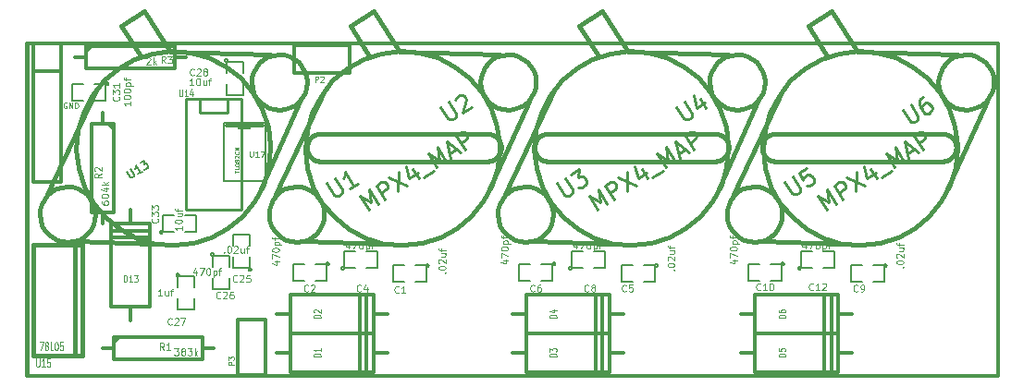
<source format=gto>
G04 (created by PCBNEW-RS274X (20100406 SVN-R2508)-final) date 6/3/2010 10:00:35 PM*
G01*
G70*
G90*
%MOIN*%
G04 Gerber Fmt 3.4, Leading zero omitted, Abs format*
%FSLAX34Y34*%
G04 APERTURE LIST*
%ADD10C,0.006000*%
%ADD11C,0.012000*%
%ADD12C,0.015000*%
%ADD13C,0.003300*%
%ADD14C,0.005000*%
%ADD15C,0.010000*%
%ADD16C,0.004000*%
%ADD17C,0.004200*%
%ADD18C,0.002000*%
%ADD19C,0.002500*%
G04 APERTURE END LIST*
G54D10*
G54D11*
X56000Y-43250D02*
X21000Y-43250D01*
X56000Y-55250D02*
X56000Y-43250D01*
X21000Y-55250D02*
X56000Y-55250D01*
G54D12*
X54000Y-47500D02*
X54043Y-47498D01*
X54086Y-47492D01*
X54129Y-47482D01*
X54171Y-47469D01*
X54211Y-47453D01*
X54250Y-47433D01*
X54286Y-47409D01*
X54321Y-47383D01*
X54353Y-47353D01*
X54383Y-47321D01*
X54409Y-47286D01*
X54433Y-47249D01*
X54453Y-47211D01*
X54469Y-47171D01*
X54482Y-47129D01*
X54492Y-47086D01*
X54498Y-47043D01*
X54500Y-47000D01*
G54D11*
X28200Y-46200D02*
X29500Y-46200D01*
G54D12*
X21000Y-55200D02*
X21000Y-55000D01*
X54000Y-47500D02*
X48000Y-47500D01*
X31600Y-46500D02*
X31557Y-46502D01*
X31514Y-46508D01*
X31471Y-46518D01*
X31429Y-46531D01*
X31389Y-46547D01*
X31351Y-46567D01*
X31314Y-46591D01*
X31279Y-46617D01*
X31247Y-46647D01*
X31217Y-46679D01*
X31191Y-46714D01*
X31167Y-46751D01*
X31147Y-46789D01*
X31131Y-46829D01*
X31118Y-46871D01*
X31108Y-46914D01*
X31102Y-46957D01*
X31100Y-47000D01*
X31100Y-47000D02*
X31102Y-47043D01*
X31108Y-47086D01*
X31118Y-47129D01*
X31131Y-47171D01*
X31147Y-47211D01*
X31167Y-47249D01*
X31191Y-47286D01*
X31217Y-47321D01*
X31247Y-47353D01*
X31279Y-47383D01*
X31314Y-47409D01*
X31351Y-47433D01*
X31389Y-47453D01*
X31429Y-47469D01*
X31471Y-47482D01*
X31514Y-47492D01*
X31557Y-47498D01*
X31600Y-47500D01*
X37600Y-47500D02*
X37643Y-47498D01*
X37686Y-47492D01*
X37729Y-47482D01*
X37771Y-47469D01*
X37811Y-47453D01*
X37850Y-47433D01*
X37886Y-47409D01*
X37921Y-47383D01*
X37953Y-47353D01*
X37983Y-47321D01*
X38009Y-47286D01*
X38033Y-47249D01*
X38053Y-47211D01*
X38069Y-47171D01*
X38082Y-47129D01*
X38092Y-47086D01*
X38098Y-47043D01*
X38100Y-47000D01*
X38100Y-47000D02*
X38098Y-46957D01*
X38092Y-46914D01*
X38082Y-46871D01*
X38069Y-46829D01*
X38053Y-46789D01*
X38033Y-46751D01*
X38009Y-46714D01*
X37983Y-46679D01*
X37953Y-46647D01*
X37921Y-46617D01*
X37886Y-46591D01*
X37850Y-46567D01*
X37811Y-46547D01*
X37771Y-46531D01*
X37729Y-46518D01*
X37686Y-46508D01*
X37643Y-46502D01*
X37600Y-46500D01*
X39800Y-46500D02*
X39757Y-46502D01*
X39714Y-46508D01*
X39671Y-46518D01*
X39629Y-46531D01*
X39589Y-46547D01*
X39551Y-46567D01*
X39514Y-46591D01*
X39479Y-46617D01*
X39447Y-46647D01*
X39417Y-46679D01*
X39391Y-46714D01*
X39367Y-46751D01*
X39347Y-46789D01*
X39331Y-46829D01*
X39318Y-46871D01*
X39308Y-46914D01*
X39302Y-46957D01*
X39300Y-47000D01*
X39300Y-47000D02*
X39302Y-47043D01*
X39308Y-47086D01*
X39318Y-47129D01*
X39331Y-47171D01*
X39347Y-47211D01*
X39367Y-47249D01*
X39391Y-47286D01*
X39417Y-47321D01*
X39447Y-47353D01*
X39479Y-47383D01*
X39514Y-47409D01*
X39551Y-47433D01*
X39589Y-47453D01*
X39629Y-47469D01*
X39671Y-47482D01*
X39714Y-47492D01*
X39757Y-47498D01*
X39800Y-47500D01*
X45800Y-47500D02*
X45843Y-47498D01*
X45886Y-47492D01*
X45929Y-47482D01*
X45971Y-47469D01*
X46011Y-47453D01*
X46050Y-47433D01*
X46086Y-47409D01*
X46121Y-47383D01*
X46153Y-47353D01*
X46183Y-47321D01*
X46209Y-47286D01*
X46233Y-47249D01*
X46253Y-47211D01*
X46269Y-47171D01*
X46282Y-47129D01*
X46292Y-47086D01*
X46298Y-47043D01*
X46300Y-47000D01*
X46300Y-47000D02*
X46298Y-46957D01*
X46292Y-46914D01*
X46282Y-46871D01*
X46269Y-46829D01*
X46253Y-46789D01*
X46233Y-46751D01*
X46209Y-46714D01*
X46183Y-46679D01*
X46153Y-46647D01*
X46121Y-46617D01*
X46086Y-46591D01*
X46050Y-46567D01*
X46011Y-46547D01*
X45971Y-46531D01*
X45929Y-46518D01*
X45886Y-46508D01*
X45843Y-46502D01*
X45800Y-46500D01*
X48000Y-46500D02*
X47957Y-46502D01*
X47914Y-46508D01*
X47871Y-46518D01*
X47829Y-46531D01*
X47789Y-46547D01*
X47751Y-46567D01*
X47714Y-46591D01*
X47679Y-46617D01*
X47647Y-46647D01*
X47617Y-46679D01*
X47591Y-46714D01*
X47567Y-46751D01*
X47547Y-46789D01*
X47531Y-46829D01*
X47518Y-46871D01*
X47508Y-46914D01*
X47502Y-46957D01*
X47500Y-47000D01*
X47500Y-47000D02*
X47502Y-47043D01*
X47508Y-47086D01*
X47518Y-47129D01*
X47531Y-47171D01*
X47547Y-47211D01*
X47567Y-47249D01*
X47591Y-47286D01*
X47617Y-47321D01*
X47647Y-47353D01*
X47679Y-47383D01*
X47714Y-47409D01*
X47751Y-47433D01*
X47789Y-47453D01*
X47829Y-47469D01*
X47871Y-47482D01*
X47914Y-47492D01*
X47957Y-47498D01*
X48000Y-47500D01*
X54500Y-47000D02*
X54498Y-46957D01*
X54492Y-46914D01*
X54482Y-46871D01*
X54469Y-46829D01*
X54453Y-46789D01*
X54433Y-46751D01*
X54409Y-46714D01*
X54383Y-46679D01*
X54353Y-46647D01*
X54321Y-46617D01*
X54286Y-46591D01*
X54250Y-46567D01*
X54211Y-46547D01*
X54171Y-46531D01*
X54129Y-46518D01*
X54086Y-46508D01*
X54043Y-46502D01*
X54000Y-46500D01*
X31600Y-47500D02*
X37600Y-47500D01*
X37600Y-46500D02*
X31600Y-46500D01*
X39800Y-47500D02*
X45800Y-47500D01*
X45800Y-46500D02*
X39800Y-46500D01*
X54000Y-46500D02*
X48000Y-46500D01*
X21000Y-43250D02*
X21000Y-55000D01*
G54D13*
X22447Y-45390D02*
X22428Y-45381D01*
X22400Y-45381D01*
X22371Y-45390D01*
X22352Y-45410D01*
X22343Y-45429D01*
X22333Y-45467D01*
X22333Y-45495D01*
X22343Y-45533D01*
X22352Y-45552D01*
X22371Y-45571D01*
X22400Y-45581D01*
X22419Y-45581D01*
X22447Y-45571D01*
X22457Y-45562D01*
X22457Y-45495D01*
X22419Y-45495D01*
X22543Y-45581D02*
X22543Y-45381D01*
X22657Y-45581D01*
X22657Y-45381D01*
X22753Y-45581D02*
X22753Y-45381D01*
X22800Y-45381D01*
X22829Y-45390D01*
X22848Y-45410D01*
X22857Y-45429D01*
X22867Y-45467D01*
X22867Y-45495D01*
X22857Y-45533D01*
X22848Y-45552D01*
X22829Y-45571D01*
X22800Y-45581D01*
X22753Y-45581D01*
G54D11*
X25250Y-50000D02*
X25450Y-50000D01*
X25250Y-50250D02*
X25450Y-50250D01*
X24250Y-50250D02*
X24050Y-50250D01*
X24250Y-50000D02*
X24050Y-50000D01*
X24250Y-49750D02*
X24050Y-49750D01*
X25250Y-49750D02*
X25450Y-49750D01*
X25250Y-52750D02*
X25450Y-52750D01*
X24250Y-52750D02*
X24050Y-52750D01*
X24050Y-52750D02*
X24050Y-49750D01*
X24250Y-49750D02*
X25250Y-49750D01*
X25450Y-49750D02*
X25450Y-52750D01*
X25250Y-52750D02*
X24250Y-52750D01*
X24250Y-50000D02*
X25250Y-50000D01*
X25250Y-50250D02*
X24250Y-50250D01*
X24750Y-52750D02*
X24750Y-53250D01*
X24750Y-49750D02*
X24750Y-49250D01*
X50000Y-53500D02*
X50000Y-53700D01*
X49750Y-53500D02*
X49750Y-53700D01*
X49750Y-52500D02*
X49750Y-52300D01*
X50000Y-52500D02*
X50000Y-52300D01*
X50250Y-52500D02*
X50250Y-52300D01*
X50250Y-53500D02*
X50250Y-53700D01*
X47250Y-53500D02*
X47250Y-53700D01*
X47250Y-52500D02*
X47250Y-52300D01*
X47250Y-52300D02*
X50250Y-52300D01*
X50250Y-52500D02*
X50250Y-53500D01*
X50250Y-53700D02*
X47250Y-53700D01*
X47250Y-53500D02*
X47250Y-52500D01*
X50000Y-52500D02*
X50000Y-53500D01*
X49750Y-53500D02*
X49750Y-52500D01*
X47250Y-53000D02*
X46750Y-53000D01*
X50250Y-53000D02*
X50750Y-53000D01*
X50000Y-54900D02*
X50000Y-55100D01*
X49750Y-54900D02*
X49750Y-55100D01*
X49750Y-53900D02*
X49750Y-53700D01*
X50000Y-53900D02*
X50000Y-53700D01*
X50250Y-53900D02*
X50250Y-53700D01*
X50250Y-54900D02*
X50250Y-55100D01*
X47250Y-54900D02*
X47250Y-55100D01*
X47250Y-53900D02*
X47250Y-53700D01*
X47250Y-53700D02*
X50250Y-53700D01*
X50250Y-53900D02*
X50250Y-54900D01*
X50250Y-55100D02*
X47250Y-55100D01*
X47250Y-54900D02*
X47250Y-53900D01*
X50000Y-53900D02*
X50000Y-54900D01*
X49750Y-54900D02*
X49750Y-53900D01*
X47250Y-54400D02*
X46750Y-54400D01*
X50250Y-54400D02*
X50750Y-54400D01*
X41750Y-53500D02*
X41750Y-53700D01*
X41500Y-53500D02*
X41500Y-53700D01*
X41500Y-52500D02*
X41500Y-52300D01*
X41750Y-52500D02*
X41750Y-52300D01*
X42000Y-52500D02*
X42000Y-52300D01*
X42000Y-53500D02*
X42000Y-53700D01*
X39000Y-53500D02*
X39000Y-53700D01*
X39000Y-52500D02*
X39000Y-52300D01*
X39000Y-52300D02*
X42000Y-52300D01*
X42000Y-52500D02*
X42000Y-53500D01*
X42000Y-53700D02*
X39000Y-53700D01*
X39000Y-53500D02*
X39000Y-52500D01*
X41750Y-52500D02*
X41750Y-53500D01*
X41500Y-53500D02*
X41500Y-52500D01*
X39000Y-53000D02*
X38500Y-53000D01*
X42000Y-53000D02*
X42500Y-53000D01*
X41750Y-54900D02*
X41750Y-55100D01*
X41500Y-54900D02*
X41500Y-55100D01*
X41500Y-53900D02*
X41500Y-53700D01*
X41750Y-53900D02*
X41750Y-53700D01*
X42000Y-53900D02*
X42000Y-53700D01*
X42000Y-54900D02*
X42000Y-55100D01*
X39000Y-54900D02*
X39000Y-55100D01*
X39000Y-53900D02*
X39000Y-53700D01*
X39000Y-53700D02*
X42000Y-53700D01*
X42000Y-53900D02*
X42000Y-54900D01*
X42000Y-55100D02*
X39000Y-55100D01*
X39000Y-54900D02*
X39000Y-53900D01*
X41750Y-53900D02*
X41750Y-54900D01*
X41500Y-54900D02*
X41500Y-53900D01*
X39000Y-54400D02*
X38500Y-54400D01*
X42000Y-54400D02*
X42500Y-54400D01*
X33250Y-53500D02*
X33250Y-53700D01*
X33000Y-53500D02*
X33000Y-53700D01*
X33000Y-52500D02*
X33000Y-52300D01*
X33250Y-52500D02*
X33250Y-52300D01*
X33500Y-52500D02*
X33500Y-52300D01*
X33500Y-53500D02*
X33500Y-53700D01*
X30500Y-53500D02*
X30500Y-53700D01*
X30500Y-52500D02*
X30500Y-52300D01*
X30500Y-52300D02*
X33500Y-52300D01*
X33500Y-52500D02*
X33500Y-53500D01*
X33500Y-53700D02*
X30500Y-53700D01*
X30500Y-53500D02*
X30500Y-52500D01*
X33250Y-52500D02*
X33250Y-53500D01*
X33000Y-53500D02*
X33000Y-52500D01*
X30500Y-53000D02*
X30000Y-53000D01*
X33500Y-53000D02*
X34000Y-53000D01*
X33250Y-54900D02*
X33250Y-55100D01*
X33000Y-54900D02*
X33000Y-55100D01*
X33000Y-53900D02*
X33000Y-53700D01*
X33250Y-53900D02*
X33250Y-53700D01*
X33500Y-53900D02*
X33500Y-53700D01*
X33500Y-54900D02*
X33500Y-55100D01*
X30500Y-54900D02*
X30500Y-55100D01*
X30500Y-53900D02*
X30500Y-53700D01*
X30500Y-53700D02*
X33500Y-53700D01*
X33500Y-53900D02*
X33500Y-54900D01*
X33500Y-55100D02*
X30500Y-55100D01*
X30500Y-54900D02*
X30500Y-53900D01*
X33250Y-53900D02*
X33250Y-54900D01*
X33000Y-54900D02*
X33000Y-53900D01*
X30500Y-54400D02*
X30000Y-54400D01*
X33500Y-54400D02*
X34000Y-54400D01*
X23750Y-54250D02*
X24150Y-54250D01*
X24150Y-54250D02*
X24150Y-53850D01*
X24150Y-53850D02*
X27350Y-53850D01*
X27350Y-53850D02*
X27350Y-54650D01*
X27350Y-54650D02*
X24150Y-54650D01*
X24150Y-54650D02*
X24150Y-54250D01*
X24150Y-54050D02*
X24350Y-53850D01*
X27750Y-54250D02*
X27350Y-54250D01*
X23750Y-45750D02*
X23750Y-46150D01*
X23750Y-46150D02*
X24150Y-46150D01*
X24150Y-46150D02*
X24150Y-49350D01*
X24150Y-49350D02*
X23350Y-49350D01*
X23350Y-49350D02*
X23350Y-46150D01*
X23350Y-46150D02*
X23750Y-46150D01*
X23950Y-46150D02*
X24150Y-46350D01*
X23750Y-49750D02*
X23750Y-49350D01*
X22750Y-43750D02*
X23150Y-43750D01*
X23150Y-43750D02*
X23150Y-43350D01*
X23150Y-43350D02*
X26350Y-43350D01*
X26350Y-43350D02*
X26350Y-44150D01*
X26350Y-44150D02*
X23150Y-44150D01*
X23150Y-44150D02*
X23150Y-43750D01*
X23150Y-43550D02*
X23350Y-43350D01*
X26750Y-43750D02*
X26350Y-43750D01*
G54D12*
X33326Y-43656D02*
X32664Y-42596D01*
X32664Y-42596D02*
X33512Y-42066D01*
X33512Y-42066D02*
X34439Y-43551D01*
X29987Y-48691D02*
X31763Y-44928D01*
X34651Y-50494D02*
X31047Y-50387D01*
X37619Y-48639D02*
X39103Y-45353D01*
X34439Y-43551D02*
X38043Y-43657D01*
X39360Y-44637D02*
X39340Y-44831D01*
X39284Y-45017D01*
X39193Y-45189D01*
X39069Y-45340D01*
X38919Y-45465D01*
X38748Y-45557D01*
X38561Y-45615D01*
X38367Y-45635D01*
X38174Y-45618D01*
X37987Y-45563D01*
X37814Y-45472D01*
X37663Y-45350D01*
X37537Y-45201D01*
X37443Y-45030D01*
X37384Y-44844D01*
X37363Y-44650D01*
X37379Y-44457D01*
X37433Y-44270D01*
X37522Y-44096D01*
X37643Y-43944D01*
X37791Y-43817D01*
X37962Y-43722D01*
X38147Y-43662D01*
X38341Y-43639D01*
X38534Y-43654D01*
X38722Y-43706D01*
X38896Y-43794D01*
X39049Y-43914D01*
X39177Y-44062D01*
X39273Y-44231D01*
X39335Y-44416D01*
X39359Y-44610D01*
X39360Y-44637D01*
X31729Y-49407D02*
X31709Y-49601D01*
X31653Y-49788D01*
X31561Y-49960D01*
X31438Y-50111D01*
X31288Y-50236D01*
X31116Y-50328D01*
X30930Y-50386D01*
X30735Y-50406D01*
X30542Y-50389D01*
X30355Y-50334D01*
X30182Y-50243D01*
X30030Y-50121D01*
X29904Y-49971D01*
X29810Y-49800D01*
X29751Y-49614D01*
X29730Y-49420D01*
X29746Y-49227D01*
X29800Y-49039D01*
X29889Y-48866D01*
X30010Y-48713D01*
X30159Y-48586D01*
X30329Y-48491D01*
X30515Y-48431D01*
X30709Y-48408D01*
X30902Y-48423D01*
X31090Y-48475D01*
X31264Y-48563D01*
X31418Y-48683D01*
X31546Y-48831D01*
X31642Y-49001D01*
X31704Y-49186D01*
X31728Y-49380D01*
X31729Y-49407D01*
X38045Y-47022D02*
X37978Y-47701D01*
X37780Y-48355D01*
X37460Y-48958D01*
X37028Y-49488D01*
X36502Y-49923D01*
X35901Y-50248D01*
X35248Y-50450D01*
X34569Y-50521D01*
X33890Y-50460D01*
X33234Y-50267D01*
X32629Y-49950D01*
X32097Y-49522D01*
X31658Y-48999D01*
X31329Y-48400D01*
X31122Y-47749D01*
X31046Y-47070D01*
X31103Y-46391D01*
X31291Y-45734D01*
X31604Y-45127D01*
X32028Y-44591D01*
X32548Y-44148D01*
X33144Y-43815D01*
X33794Y-43604D01*
X34472Y-43523D01*
X35152Y-43576D01*
X35810Y-43759D01*
X36420Y-44067D01*
X36958Y-44488D01*
X37405Y-45005D01*
X37742Y-45599D01*
X37958Y-46247D01*
X38043Y-46925D01*
X38045Y-47022D01*
X41576Y-43656D02*
X40914Y-42596D01*
X40914Y-42596D02*
X41762Y-42066D01*
X41762Y-42066D02*
X42689Y-43551D01*
X38237Y-48691D02*
X40013Y-44928D01*
X42901Y-50494D02*
X39297Y-50387D01*
X45869Y-48639D02*
X47353Y-45353D01*
X42689Y-43551D02*
X46293Y-43657D01*
X47610Y-44637D02*
X47590Y-44831D01*
X47534Y-45017D01*
X47443Y-45189D01*
X47319Y-45340D01*
X47169Y-45465D01*
X46998Y-45557D01*
X46811Y-45615D01*
X46617Y-45635D01*
X46424Y-45618D01*
X46237Y-45563D01*
X46064Y-45472D01*
X45913Y-45350D01*
X45787Y-45201D01*
X45693Y-45030D01*
X45634Y-44844D01*
X45613Y-44650D01*
X45629Y-44457D01*
X45683Y-44270D01*
X45772Y-44096D01*
X45893Y-43944D01*
X46041Y-43817D01*
X46212Y-43722D01*
X46397Y-43662D01*
X46591Y-43639D01*
X46784Y-43654D01*
X46972Y-43706D01*
X47146Y-43794D01*
X47299Y-43914D01*
X47427Y-44062D01*
X47523Y-44231D01*
X47585Y-44416D01*
X47609Y-44610D01*
X47610Y-44637D01*
X39979Y-49407D02*
X39959Y-49601D01*
X39903Y-49788D01*
X39811Y-49960D01*
X39688Y-50111D01*
X39538Y-50236D01*
X39366Y-50328D01*
X39180Y-50386D01*
X38985Y-50406D01*
X38792Y-50389D01*
X38605Y-50334D01*
X38432Y-50243D01*
X38280Y-50121D01*
X38154Y-49971D01*
X38060Y-49800D01*
X38001Y-49614D01*
X37980Y-49420D01*
X37996Y-49227D01*
X38050Y-49039D01*
X38139Y-48866D01*
X38260Y-48713D01*
X38409Y-48586D01*
X38579Y-48491D01*
X38765Y-48431D01*
X38959Y-48408D01*
X39152Y-48423D01*
X39340Y-48475D01*
X39514Y-48563D01*
X39668Y-48683D01*
X39796Y-48831D01*
X39892Y-49001D01*
X39954Y-49186D01*
X39978Y-49380D01*
X39979Y-49407D01*
X46295Y-47022D02*
X46228Y-47701D01*
X46030Y-48355D01*
X45710Y-48958D01*
X45278Y-49488D01*
X44752Y-49923D01*
X44151Y-50248D01*
X43498Y-50450D01*
X42819Y-50521D01*
X42140Y-50460D01*
X41484Y-50267D01*
X40879Y-49950D01*
X40347Y-49522D01*
X39908Y-48999D01*
X39579Y-48400D01*
X39372Y-47749D01*
X39296Y-47070D01*
X39353Y-46391D01*
X39541Y-45734D01*
X39854Y-45127D01*
X40278Y-44591D01*
X40798Y-44148D01*
X41394Y-43815D01*
X42044Y-43604D01*
X42722Y-43523D01*
X43402Y-43576D01*
X44060Y-43759D01*
X44670Y-44067D01*
X45208Y-44488D01*
X45655Y-45005D01*
X45992Y-45599D01*
X46208Y-46247D01*
X46293Y-46925D01*
X46295Y-47022D01*
X49826Y-43656D02*
X49164Y-42596D01*
X49164Y-42596D02*
X50012Y-42066D01*
X50012Y-42066D02*
X50939Y-43551D01*
X46487Y-48691D02*
X48263Y-44928D01*
X51151Y-50494D02*
X47547Y-50387D01*
X54119Y-48639D02*
X55603Y-45353D01*
X50939Y-43551D02*
X54543Y-43657D01*
X55860Y-44637D02*
X55840Y-44831D01*
X55784Y-45017D01*
X55693Y-45189D01*
X55569Y-45340D01*
X55419Y-45465D01*
X55248Y-45557D01*
X55061Y-45615D01*
X54867Y-45635D01*
X54674Y-45618D01*
X54487Y-45563D01*
X54314Y-45472D01*
X54163Y-45350D01*
X54037Y-45201D01*
X53943Y-45030D01*
X53884Y-44844D01*
X53863Y-44650D01*
X53879Y-44457D01*
X53933Y-44270D01*
X54022Y-44096D01*
X54143Y-43944D01*
X54291Y-43817D01*
X54462Y-43722D01*
X54647Y-43662D01*
X54841Y-43639D01*
X55034Y-43654D01*
X55222Y-43706D01*
X55396Y-43794D01*
X55549Y-43914D01*
X55677Y-44062D01*
X55773Y-44231D01*
X55835Y-44416D01*
X55859Y-44610D01*
X55860Y-44637D01*
X48229Y-49407D02*
X48209Y-49601D01*
X48153Y-49788D01*
X48061Y-49960D01*
X47938Y-50111D01*
X47788Y-50236D01*
X47616Y-50328D01*
X47430Y-50386D01*
X47235Y-50406D01*
X47042Y-50389D01*
X46855Y-50334D01*
X46682Y-50243D01*
X46530Y-50121D01*
X46404Y-49971D01*
X46310Y-49800D01*
X46251Y-49614D01*
X46230Y-49420D01*
X46246Y-49227D01*
X46300Y-49039D01*
X46389Y-48866D01*
X46510Y-48713D01*
X46659Y-48586D01*
X46829Y-48491D01*
X47015Y-48431D01*
X47209Y-48408D01*
X47402Y-48423D01*
X47590Y-48475D01*
X47764Y-48563D01*
X47918Y-48683D01*
X48046Y-48831D01*
X48142Y-49001D01*
X48204Y-49186D01*
X48228Y-49380D01*
X48229Y-49407D01*
X54545Y-47022D02*
X54478Y-47701D01*
X54280Y-48355D01*
X53960Y-48958D01*
X53528Y-49488D01*
X53002Y-49923D01*
X52401Y-50248D01*
X51748Y-50450D01*
X51069Y-50521D01*
X50390Y-50460D01*
X49734Y-50267D01*
X49129Y-49950D01*
X48597Y-49522D01*
X48158Y-48999D01*
X47829Y-48400D01*
X47622Y-47749D01*
X47546Y-47070D01*
X47603Y-46391D01*
X47791Y-45734D01*
X48104Y-45127D01*
X48528Y-44591D01*
X49048Y-44148D01*
X49644Y-43815D01*
X50294Y-43604D01*
X50972Y-43523D01*
X51652Y-43576D01*
X52310Y-43759D01*
X52920Y-44067D01*
X53458Y-44488D01*
X53905Y-45005D01*
X54242Y-45599D01*
X54458Y-46247D01*
X54543Y-46925D01*
X54545Y-47022D01*
X25076Y-43656D02*
X24414Y-42596D01*
X24414Y-42596D02*
X25262Y-42066D01*
X25262Y-42066D02*
X26189Y-43551D01*
X21737Y-48691D02*
X23513Y-44928D01*
X26401Y-50494D02*
X22797Y-50387D01*
X29369Y-48639D02*
X30853Y-45353D01*
X26189Y-43551D02*
X29793Y-43657D01*
X31110Y-44637D02*
X31090Y-44831D01*
X31034Y-45017D01*
X30943Y-45189D01*
X30819Y-45340D01*
X30669Y-45465D01*
X30498Y-45557D01*
X30311Y-45615D01*
X30117Y-45635D01*
X29924Y-45618D01*
X29737Y-45563D01*
X29564Y-45472D01*
X29413Y-45350D01*
X29287Y-45201D01*
X29193Y-45030D01*
X29134Y-44844D01*
X29113Y-44650D01*
X29129Y-44457D01*
X29183Y-44270D01*
X29272Y-44096D01*
X29393Y-43944D01*
X29541Y-43817D01*
X29712Y-43722D01*
X29897Y-43662D01*
X30091Y-43639D01*
X30284Y-43654D01*
X30472Y-43706D01*
X30646Y-43794D01*
X30799Y-43914D01*
X30927Y-44062D01*
X31023Y-44231D01*
X31085Y-44416D01*
X31109Y-44610D01*
X31110Y-44637D01*
X23479Y-49407D02*
X23459Y-49601D01*
X23403Y-49788D01*
X23311Y-49960D01*
X23188Y-50111D01*
X23038Y-50236D01*
X22866Y-50328D01*
X22680Y-50386D01*
X22485Y-50406D01*
X22292Y-50389D01*
X22105Y-50334D01*
X21932Y-50243D01*
X21780Y-50121D01*
X21654Y-49971D01*
X21560Y-49800D01*
X21501Y-49614D01*
X21480Y-49420D01*
X21496Y-49227D01*
X21550Y-49039D01*
X21639Y-48866D01*
X21760Y-48713D01*
X21909Y-48586D01*
X22079Y-48491D01*
X22265Y-48431D01*
X22459Y-48408D01*
X22652Y-48423D01*
X22840Y-48475D01*
X23014Y-48563D01*
X23168Y-48683D01*
X23296Y-48831D01*
X23392Y-49001D01*
X23454Y-49186D01*
X23478Y-49380D01*
X23479Y-49407D01*
X29795Y-47022D02*
X29728Y-47701D01*
X29530Y-48355D01*
X29210Y-48958D01*
X28778Y-49488D01*
X28252Y-49923D01*
X27651Y-50248D01*
X26998Y-50450D01*
X26319Y-50521D01*
X25640Y-50460D01*
X24984Y-50267D01*
X24379Y-49950D01*
X23847Y-49522D01*
X23408Y-48999D01*
X23079Y-48400D01*
X22872Y-47749D01*
X22796Y-47070D01*
X22853Y-46391D01*
X23041Y-45734D01*
X23354Y-45127D01*
X23778Y-44591D01*
X24298Y-44148D01*
X24894Y-43815D01*
X25544Y-43604D01*
X26222Y-43523D01*
X26902Y-43576D01*
X27560Y-43759D01*
X28170Y-44067D01*
X28708Y-44488D01*
X29155Y-45005D01*
X29492Y-45599D01*
X29708Y-46247D01*
X29793Y-46925D01*
X29795Y-47022D01*
X49826Y-43656D02*
X49164Y-42596D01*
X49164Y-42596D02*
X50012Y-42066D01*
X50012Y-42066D02*
X50939Y-43551D01*
X46487Y-48691D02*
X48263Y-44928D01*
X51151Y-50494D02*
X47547Y-50387D01*
X54119Y-48639D02*
X55603Y-45353D01*
X50939Y-43551D02*
X54543Y-43657D01*
X55860Y-44637D02*
X55840Y-44831D01*
X55784Y-45017D01*
X55693Y-45189D01*
X55569Y-45340D01*
X55419Y-45465D01*
X55248Y-45557D01*
X55061Y-45615D01*
X54867Y-45635D01*
X54674Y-45618D01*
X54487Y-45563D01*
X54314Y-45472D01*
X54163Y-45350D01*
X54037Y-45201D01*
X53943Y-45030D01*
X53884Y-44844D01*
X53863Y-44650D01*
X53879Y-44457D01*
X53933Y-44270D01*
X54022Y-44096D01*
X54143Y-43944D01*
X54291Y-43817D01*
X54462Y-43722D01*
X54647Y-43662D01*
X54841Y-43639D01*
X55034Y-43654D01*
X55222Y-43706D01*
X55396Y-43794D01*
X55549Y-43914D01*
X55677Y-44062D01*
X55773Y-44231D01*
X55835Y-44416D01*
X55859Y-44610D01*
X55860Y-44637D01*
X48229Y-49407D02*
X48209Y-49601D01*
X48153Y-49788D01*
X48061Y-49960D01*
X47938Y-50111D01*
X47788Y-50236D01*
X47616Y-50328D01*
X47430Y-50386D01*
X47235Y-50406D01*
X47042Y-50389D01*
X46855Y-50334D01*
X46682Y-50243D01*
X46530Y-50121D01*
X46404Y-49971D01*
X46310Y-49800D01*
X46251Y-49614D01*
X46230Y-49420D01*
X46246Y-49227D01*
X46300Y-49039D01*
X46389Y-48866D01*
X46510Y-48713D01*
X46659Y-48586D01*
X46829Y-48491D01*
X47015Y-48431D01*
X47209Y-48408D01*
X47402Y-48423D01*
X47590Y-48475D01*
X47764Y-48563D01*
X47918Y-48683D01*
X48046Y-48831D01*
X48142Y-49001D01*
X48204Y-49186D01*
X48228Y-49380D01*
X48229Y-49407D01*
X54545Y-47022D02*
X54478Y-47701D01*
X54280Y-48355D01*
X53960Y-48958D01*
X53528Y-49488D01*
X53002Y-49923D01*
X52401Y-50248D01*
X51748Y-50450D01*
X51069Y-50521D01*
X50390Y-50460D01*
X49734Y-50267D01*
X49129Y-49950D01*
X48597Y-49522D01*
X48158Y-48999D01*
X47829Y-48400D01*
X47622Y-47749D01*
X47546Y-47070D01*
X47603Y-46391D01*
X47791Y-45734D01*
X48104Y-45127D01*
X48528Y-44591D01*
X49048Y-44148D01*
X49644Y-43815D01*
X50294Y-43604D01*
X50972Y-43523D01*
X51652Y-43576D01*
X52310Y-43759D01*
X52920Y-44067D01*
X53458Y-44488D01*
X53905Y-45005D01*
X54242Y-45599D01*
X54458Y-46247D01*
X54543Y-46925D01*
X54545Y-47022D01*
X41576Y-43656D02*
X40914Y-42596D01*
X40914Y-42596D02*
X41762Y-42066D01*
X41762Y-42066D02*
X42689Y-43551D01*
X38237Y-48691D02*
X40013Y-44928D01*
X42901Y-50494D02*
X39297Y-50387D01*
X45869Y-48639D02*
X47353Y-45353D01*
X42689Y-43551D02*
X46293Y-43657D01*
X47610Y-44637D02*
X47590Y-44831D01*
X47534Y-45017D01*
X47443Y-45189D01*
X47319Y-45340D01*
X47169Y-45465D01*
X46998Y-45557D01*
X46811Y-45615D01*
X46617Y-45635D01*
X46424Y-45618D01*
X46237Y-45563D01*
X46064Y-45472D01*
X45913Y-45350D01*
X45787Y-45201D01*
X45693Y-45030D01*
X45634Y-44844D01*
X45613Y-44650D01*
X45629Y-44457D01*
X45683Y-44270D01*
X45772Y-44096D01*
X45893Y-43944D01*
X46041Y-43817D01*
X46212Y-43722D01*
X46397Y-43662D01*
X46591Y-43639D01*
X46784Y-43654D01*
X46972Y-43706D01*
X47146Y-43794D01*
X47299Y-43914D01*
X47427Y-44062D01*
X47523Y-44231D01*
X47585Y-44416D01*
X47609Y-44610D01*
X47610Y-44637D01*
X39979Y-49407D02*
X39959Y-49601D01*
X39903Y-49788D01*
X39811Y-49960D01*
X39688Y-50111D01*
X39538Y-50236D01*
X39366Y-50328D01*
X39180Y-50386D01*
X38985Y-50406D01*
X38792Y-50389D01*
X38605Y-50334D01*
X38432Y-50243D01*
X38280Y-50121D01*
X38154Y-49971D01*
X38060Y-49800D01*
X38001Y-49614D01*
X37980Y-49420D01*
X37996Y-49227D01*
X38050Y-49039D01*
X38139Y-48866D01*
X38260Y-48713D01*
X38409Y-48586D01*
X38579Y-48491D01*
X38765Y-48431D01*
X38959Y-48408D01*
X39152Y-48423D01*
X39340Y-48475D01*
X39514Y-48563D01*
X39668Y-48683D01*
X39796Y-48831D01*
X39892Y-49001D01*
X39954Y-49186D01*
X39978Y-49380D01*
X39979Y-49407D01*
X46295Y-47022D02*
X46228Y-47701D01*
X46030Y-48355D01*
X45710Y-48958D01*
X45278Y-49488D01*
X44752Y-49923D01*
X44151Y-50248D01*
X43498Y-50450D01*
X42819Y-50521D01*
X42140Y-50460D01*
X41484Y-50267D01*
X40879Y-49950D01*
X40347Y-49522D01*
X39908Y-48999D01*
X39579Y-48400D01*
X39372Y-47749D01*
X39296Y-47070D01*
X39353Y-46391D01*
X39541Y-45734D01*
X39854Y-45127D01*
X40278Y-44591D01*
X40798Y-44148D01*
X41394Y-43815D01*
X42044Y-43604D01*
X42722Y-43523D01*
X43402Y-43576D01*
X44060Y-43759D01*
X44670Y-44067D01*
X45208Y-44488D01*
X45655Y-45005D01*
X45992Y-45599D01*
X46208Y-46247D01*
X46293Y-46925D01*
X46295Y-47022D01*
X33326Y-43656D02*
X32664Y-42596D01*
X32664Y-42596D02*
X33512Y-42066D01*
X33512Y-42066D02*
X34439Y-43551D01*
X29987Y-48691D02*
X31763Y-44928D01*
X34651Y-50494D02*
X31047Y-50387D01*
X37619Y-48639D02*
X39103Y-45353D01*
X34439Y-43551D02*
X38043Y-43657D01*
X39360Y-44637D02*
X39340Y-44831D01*
X39284Y-45017D01*
X39193Y-45189D01*
X39069Y-45340D01*
X38919Y-45465D01*
X38748Y-45557D01*
X38561Y-45615D01*
X38367Y-45635D01*
X38174Y-45618D01*
X37987Y-45563D01*
X37814Y-45472D01*
X37663Y-45350D01*
X37537Y-45201D01*
X37443Y-45030D01*
X37384Y-44844D01*
X37363Y-44650D01*
X37379Y-44457D01*
X37433Y-44270D01*
X37522Y-44096D01*
X37643Y-43944D01*
X37791Y-43817D01*
X37962Y-43722D01*
X38147Y-43662D01*
X38341Y-43639D01*
X38534Y-43654D01*
X38722Y-43706D01*
X38896Y-43794D01*
X39049Y-43914D01*
X39177Y-44062D01*
X39273Y-44231D01*
X39335Y-44416D01*
X39359Y-44610D01*
X39360Y-44637D01*
X31729Y-49407D02*
X31709Y-49601D01*
X31653Y-49788D01*
X31561Y-49960D01*
X31438Y-50111D01*
X31288Y-50236D01*
X31116Y-50328D01*
X30930Y-50386D01*
X30735Y-50406D01*
X30542Y-50389D01*
X30355Y-50334D01*
X30182Y-50243D01*
X30030Y-50121D01*
X29904Y-49971D01*
X29810Y-49800D01*
X29751Y-49614D01*
X29730Y-49420D01*
X29746Y-49227D01*
X29800Y-49039D01*
X29889Y-48866D01*
X30010Y-48713D01*
X30159Y-48586D01*
X30329Y-48491D01*
X30515Y-48431D01*
X30709Y-48408D01*
X30902Y-48423D01*
X31090Y-48475D01*
X31264Y-48563D01*
X31418Y-48683D01*
X31546Y-48831D01*
X31642Y-49001D01*
X31704Y-49186D01*
X31728Y-49380D01*
X31729Y-49407D01*
X38045Y-47022D02*
X37978Y-47701D01*
X37780Y-48355D01*
X37460Y-48958D01*
X37028Y-49488D01*
X36502Y-49923D01*
X35901Y-50248D01*
X35248Y-50450D01*
X34569Y-50521D01*
X33890Y-50460D01*
X33234Y-50267D01*
X32629Y-49950D01*
X32097Y-49522D01*
X31658Y-48999D01*
X31329Y-48400D01*
X31122Y-47749D01*
X31046Y-47070D01*
X31103Y-46391D01*
X31291Y-45734D01*
X31604Y-45127D01*
X32028Y-44591D01*
X32548Y-44148D01*
X33144Y-43815D01*
X33794Y-43604D01*
X34472Y-43523D01*
X35152Y-43576D01*
X35810Y-43759D01*
X36420Y-44067D01*
X36958Y-44488D01*
X37405Y-45005D01*
X37742Y-45599D01*
X37958Y-46247D01*
X38043Y-46925D01*
X38045Y-47022D01*
G54D14*
X29100Y-51400D02*
X29099Y-51409D01*
X29096Y-51419D01*
X29091Y-51427D01*
X29085Y-51435D01*
X29077Y-51441D01*
X29069Y-51446D01*
X29060Y-51448D01*
X29050Y-51449D01*
X29041Y-51449D01*
X29032Y-51446D01*
X29023Y-51441D01*
X29016Y-51435D01*
X29009Y-51428D01*
X29005Y-51419D01*
X29002Y-51410D01*
X29001Y-51400D01*
X29001Y-51391D01*
X29004Y-51382D01*
X29008Y-51373D01*
X29015Y-51366D01*
X29022Y-51359D01*
X29030Y-51355D01*
X29040Y-51352D01*
X29049Y-51351D01*
X29058Y-51351D01*
X29068Y-51354D01*
X29076Y-51358D01*
X29084Y-51364D01*
X29090Y-51372D01*
X29095Y-51380D01*
X29098Y-51389D01*
X29099Y-51399D01*
X29100Y-51400D01*
X29050Y-50950D02*
X29050Y-51350D01*
X29050Y-51350D02*
X28450Y-51350D01*
X28450Y-51350D02*
X28450Y-50950D01*
X28450Y-50550D02*
X28450Y-50150D01*
X28450Y-50150D02*
X29050Y-50150D01*
X29050Y-50150D02*
X29050Y-50550D01*
X52000Y-51250D02*
X51999Y-51259D01*
X51996Y-51269D01*
X51991Y-51277D01*
X51985Y-51285D01*
X51977Y-51291D01*
X51969Y-51296D01*
X51960Y-51298D01*
X51950Y-51299D01*
X51941Y-51299D01*
X51932Y-51296D01*
X51923Y-51291D01*
X51916Y-51285D01*
X51909Y-51278D01*
X51905Y-51269D01*
X51902Y-51260D01*
X51901Y-51250D01*
X51901Y-51241D01*
X51904Y-51232D01*
X51908Y-51223D01*
X51915Y-51216D01*
X51922Y-51209D01*
X51930Y-51205D01*
X51940Y-51202D01*
X51949Y-51201D01*
X51958Y-51201D01*
X51968Y-51204D01*
X51976Y-51208D01*
X51984Y-51214D01*
X51990Y-51222D01*
X51995Y-51230D01*
X51998Y-51239D01*
X51999Y-51249D01*
X52000Y-51250D01*
X51500Y-51250D02*
X51900Y-51250D01*
X51900Y-51250D02*
X51900Y-51850D01*
X51900Y-51850D02*
X51500Y-51850D01*
X51100Y-51850D02*
X50700Y-51850D01*
X50700Y-51850D02*
X50700Y-51250D01*
X50700Y-51250D02*
X51100Y-51250D01*
X32450Y-51350D02*
X32449Y-51359D01*
X32446Y-51369D01*
X32441Y-51377D01*
X32435Y-51385D01*
X32427Y-51391D01*
X32419Y-51396D01*
X32410Y-51398D01*
X32400Y-51399D01*
X32391Y-51399D01*
X32382Y-51396D01*
X32373Y-51391D01*
X32366Y-51385D01*
X32359Y-51378D01*
X32355Y-51369D01*
X32352Y-51360D01*
X32351Y-51350D01*
X32351Y-51341D01*
X32354Y-51332D01*
X32358Y-51323D01*
X32365Y-51316D01*
X32372Y-51309D01*
X32380Y-51305D01*
X32390Y-51302D01*
X32399Y-51301D01*
X32408Y-51301D01*
X32418Y-51304D01*
X32426Y-51308D01*
X32434Y-51314D01*
X32440Y-51322D01*
X32445Y-51330D01*
X32448Y-51339D01*
X32449Y-51349D01*
X32450Y-51350D01*
X32850Y-51350D02*
X32450Y-51350D01*
X32450Y-51350D02*
X32450Y-50750D01*
X32450Y-50750D02*
X32850Y-50750D01*
X33250Y-50750D02*
X33650Y-50750D01*
X33650Y-50750D02*
X33650Y-51350D01*
X33650Y-51350D02*
X33250Y-51350D01*
X40050Y-51200D02*
X40049Y-51209D01*
X40046Y-51219D01*
X40041Y-51227D01*
X40035Y-51235D01*
X40027Y-51241D01*
X40019Y-51246D01*
X40010Y-51248D01*
X40000Y-51249D01*
X39991Y-51249D01*
X39982Y-51246D01*
X39973Y-51241D01*
X39966Y-51235D01*
X39959Y-51228D01*
X39955Y-51219D01*
X39952Y-51210D01*
X39951Y-51200D01*
X39951Y-51191D01*
X39954Y-51182D01*
X39958Y-51173D01*
X39965Y-51166D01*
X39972Y-51159D01*
X39980Y-51155D01*
X39990Y-51152D01*
X39999Y-51151D01*
X40008Y-51151D01*
X40018Y-51154D01*
X40026Y-51158D01*
X40034Y-51164D01*
X40040Y-51172D01*
X40045Y-51180D01*
X40048Y-51189D01*
X40049Y-51199D01*
X40050Y-51200D01*
X39550Y-51200D02*
X39950Y-51200D01*
X39950Y-51200D02*
X39950Y-51800D01*
X39950Y-51800D02*
X39550Y-51800D01*
X39150Y-51800D02*
X38750Y-51800D01*
X38750Y-51800D02*
X38750Y-51200D01*
X38750Y-51200D02*
X39150Y-51200D01*
X31900Y-51200D02*
X31899Y-51209D01*
X31896Y-51219D01*
X31891Y-51227D01*
X31885Y-51235D01*
X31877Y-51241D01*
X31869Y-51246D01*
X31860Y-51248D01*
X31850Y-51249D01*
X31841Y-51249D01*
X31832Y-51246D01*
X31823Y-51241D01*
X31816Y-51235D01*
X31809Y-51228D01*
X31805Y-51219D01*
X31802Y-51210D01*
X31801Y-51200D01*
X31801Y-51191D01*
X31804Y-51182D01*
X31808Y-51173D01*
X31815Y-51166D01*
X31822Y-51159D01*
X31830Y-51155D01*
X31840Y-51152D01*
X31849Y-51151D01*
X31858Y-51151D01*
X31868Y-51154D01*
X31876Y-51158D01*
X31884Y-51164D01*
X31890Y-51172D01*
X31895Y-51180D01*
X31898Y-51189D01*
X31899Y-51199D01*
X31900Y-51200D01*
X31400Y-51200D02*
X31800Y-51200D01*
X31800Y-51200D02*
X31800Y-51800D01*
X31800Y-51800D02*
X31400Y-51800D01*
X31000Y-51800D02*
X30600Y-51800D01*
X30600Y-51800D02*
X30600Y-51200D01*
X30600Y-51200D02*
X31000Y-51200D01*
X40650Y-51350D02*
X40649Y-51359D01*
X40646Y-51369D01*
X40641Y-51377D01*
X40635Y-51385D01*
X40627Y-51391D01*
X40619Y-51396D01*
X40610Y-51398D01*
X40600Y-51399D01*
X40591Y-51399D01*
X40582Y-51396D01*
X40573Y-51391D01*
X40566Y-51385D01*
X40559Y-51378D01*
X40555Y-51369D01*
X40552Y-51360D01*
X40551Y-51350D01*
X40551Y-51341D01*
X40554Y-51332D01*
X40558Y-51323D01*
X40565Y-51316D01*
X40572Y-51309D01*
X40580Y-51305D01*
X40590Y-51302D01*
X40599Y-51301D01*
X40608Y-51301D01*
X40618Y-51304D01*
X40626Y-51308D01*
X40634Y-51314D01*
X40640Y-51322D01*
X40645Y-51330D01*
X40648Y-51339D01*
X40649Y-51349D01*
X40650Y-51350D01*
X41050Y-51350D02*
X40650Y-51350D01*
X40650Y-51350D02*
X40650Y-50750D01*
X40650Y-50750D02*
X41050Y-50750D01*
X41450Y-50750D02*
X41850Y-50750D01*
X41850Y-50750D02*
X41850Y-51350D01*
X41850Y-51350D02*
X41450Y-51350D01*
X43750Y-51250D02*
X43749Y-51259D01*
X43746Y-51269D01*
X43741Y-51277D01*
X43735Y-51285D01*
X43727Y-51291D01*
X43719Y-51296D01*
X43710Y-51298D01*
X43700Y-51299D01*
X43691Y-51299D01*
X43682Y-51296D01*
X43673Y-51291D01*
X43666Y-51285D01*
X43659Y-51278D01*
X43655Y-51269D01*
X43652Y-51260D01*
X43651Y-51250D01*
X43651Y-51241D01*
X43654Y-51232D01*
X43658Y-51223D01*
X43665Y-51216D01*
X43672Y-51209D01*
X43680Y-51205D01*
X43690Y-51202D01*
X43699Y-51201D01*
X43708Y-51201D01*
X43718Y-51204D01*
X43726Y-51208D01*
X43734Y-51214D01*
X43740Y-51222D01*
X43745Y-51230D01*
X43748Y-51239D01*
X43749Y-51249D01*
X43750Y-51250D01*
X43250Y-51250D02*
X43650Y-51250D01*
X43650Y-51250D02*
X43650Y-51850D01*
X43650Y-51850D02*
X43250Y-51850D01*
X42850Y-51850D02*
X42450Y-51850D01*
X42450Y-51850D02*
X42450Y-51250D01*
X42450Y-51250D02*
X42850Y-51250D01*
X35500Y-51250D02*
X35499Y-51259D01*
X35496Y-51269D01*
X35491Y-51277D01*
X35485Y-51285D01*
X35477Y-51291D01*
X35469Y-51296D01*
X35460Y-51298D01*
X35450Y-51299D01*
X35441Y-51299D01*
X35432Y-51296D01*
X35423Y-51291D01*
X35416Y-51285D01*
X35409Y-51278D01*
X35405Y-51269D01*
X35402Y-51260D01*
X35401Y-51250D01*
X35401Y-51241D01*
X35404Y-51232D01*
X35408Y-51223D01*
X35415Y-51216D01*
X35422Y-51209D01*
X35430Y-51205D01*
X35440Y-51202D01*
X35449Y-51201D01*
X35458Y-51201D01*
X35468Y-51204D01*
X35476Y-51208D01*
X35484Y-51214D01*
X35490Y-51222D01*
X35495Y-51230D01*
X35498Y-51239D01*
X35499Y-51249D01*
X35500Y-51250D01*
X35000Y-51250D02*
X35400Y-51250D01*
X35400Y-51250D02*
X35400Y-51850D01*
X35400Y-51850D02*
X35000Y-51850D01*
X34600Y-51850D02*
X34200Y-51850D01*
X34200Y-51850D02*
X34200Y-51250D01*
X34200Y-51250D02*
X34600Y-51250D01*
G54D11*
X21250Y-43250D02*
X22250Y-43250D01*
X22250Y-43250D02*
X22250Y-48250D01*
X22250Y-48250D02*
X21250Y-48250D01*
X21250Y-48250D02*
X21250Y-43250D01*
X21250Y-44250D02*
X22250Y-44250D01*
G54D14*
X48300Y-51200D02*
X48299Y-51209D01*
X48296Y-51219D01*
X48291Y-51227D01*
X48285Y-51235D01*
X48277Y-51241D01*
X48269Y-51246D01*
X48260Y-51248D01*
X48250Y-51249D01*
X48241Y-51249D01*
X48232Y-51246D01*
X48223Y-51241D01*
X48216Y-51235D01*
X48209Y-51228D01*
X48205Y-51219D01*
X48202Y-51210D01*
X48201Y-51200D01*
X48201Y-51191D01*
X48204Y-51182D01*
X48208Y-51173D01*
X48215Y-51166D01*
X48222Y-51159D01*
X48230Y-51155D01*
X48240Y-51152D01*
X48249Y-51151D01*
X48258Y-51151D01*
X48268Y-51154D01*
X48276Y-51158D01*
X48284Y-51164D01*
X48290Y-51172D01*
X48295Y-51180D01*
X48298Y-51189D01*
X48299Y-51199D01*
X48300Y-51200D01*
X47800Y-51200D02*
X48200Y-51200D01*
X48200Y-51200D02*
X48200Y-51800D01*
X48200Y-51800D02*
X47800Y-51800D01*
X47400Y-51800D02*
X47000Y-51800D01*
X47000Y-51800D02*
X47000Y-51200D01*
X47000Y-51200D02*
X47400Y-51200D01*
X26500Y-51600D02*
X26499Y-51609D01*
X26496Y-51619D01*
X26491Y-51627D01*
X26485Y-51635D01*
X26477Y-51641D01*
X26469Y-51646D01*
X26460Y-51648D01*
X26450Y-51649D01*
X26441Y-51649D01*
X26432Y-51646D01*
X26423Y-51641D01*
X26416Y-51635D01*
X26409Y-51628D01*
X26405Y-51619D01*
X26402Y-51610D01*
X26401Y-51600D01*
X26401Y-51591D01*
X26404Y-51582D01*
X26408Y-51573D01*
X26415Y-51566D01*
X26422Y-51559D01*
X26430Y-51555D01*
X26440Y-51552D01*
X26449Y-51551D01*
X26458Y-51551D01*
X26468Y-51554D01*
X26476Y-51558D01*
X26484Y-51564D01*
X26490Y-51572D01*
X26495Y-51580D01*
X26498Y-51589D01*
X26499Y-51599D01*
X26500Y-51600D01*
X26450Y-52050D02*
X26450Y-51650D01*
X26450Y-51650D02*
X27050Y-51650D01*
X27050Y-51650D02*
X27050Y-52050D01*
X27050Y-52450D02*
X27050Y-52850D01*
X27050Y-52850D02*
X26450Y-52850D01*
X26450Y-52850D02*
X26450Y-52450D01*
X23950Y-44700D02*
X23949Y-44709D01*
X23946Y-44719D01*
X23941Y-44727D01*
X23935Y-44735D01*
X23927Y-44741D01*
X23919Y-44746D01*
X23910Y-44748D01*
X23900Y-44749D01*
X23891Y-44749D01*
X23882Y-44746D01*
X23873Y-44741D01*
X23866Y-44735D01*
X23859Y-44728D01*
X23855Y-44719D01*
X23852Y-44710D01*
X23851Y-44700D01*
X23851Y-44691D01*
X23854Y-44682D01*
X23858Y-44673D01*
X23865Y-44666D01*
X23872Y-44659D01*
X23880Y-44655D01*
X23890Y-44652D01*
X23899Y-44651D01*
X23908Y-44651D01*
X23918Y-44654D01*
X23926Y-44658D01*
X23934Y-44664D01*
X23940Y-44672D01*
X23945Y-44680D01*
X23948Y-44689D01*
X23949Y-44699D01*
X23950Y-44700D01*
X23450Y-44700D02*
X23850Y-44700D01*
X23850Y-44700D02*
X23850Y-45300D01*
X23850Y-45300D02*
X23450Y-45300D01*
X23050Y-45300D02*
X22650Y-45300D01*
X22650Y-45300D02*
X22650Y-44700D01*
X22650Y-44700D02*
X23050Y-44700D01*
X25900Y-50050D02*
X25899Y-50059D01*
X25896Y-50069D01*
X25891Y-50077D01*
X25885Y-50085D01*
X25877Y-50091D01*
X25869Y-50096D01*
X25860Y-50098D01*
X25850Y-50099D01*
X25841Y-50099D01*
X25832Y-50096D01*
X25823Y-50091D01*
X25816Y-50085D01*
X25809Y-50078D01*
X25805Y-50069D01*
X25802Y-50060D01*
X25801Y-50050D01*
X25801Y-50041D01*
X25804Y-50032D01*
X25808Y-50023D01*
X25815Y-50016D01*
X25822Y-50009D01*
X25830Y-50005D01*
X25840Y-50002D01*
X25849Y-50001D01*
X25858Y-50001D01*
X25868Y-50004D01*
X25876Y-50008D01*
X25884Y-50014D01*
X25890Y-50022D01*
X25895Y-50030D01*
X25898Y-50039D01*
X25899Y-50049D01*
X25900Y-50050D01*
X26300Y-50050D02*
X25900Y-50050D01*
X25900Y-50050D02*
X25900Y-49450D01*
X25900Y-49450D02*
X26300Y-49450D01*
X26700Y-49450D02*
X27100Y-49450D01*
X27100Y-49450D02*
X27100Y-50050D01*
X27100Y-50050D02*
X26700Y-50050D01*
X28250Y-43850D02*
X28249Y-43859D01*
X28246Y-43869D01*
X28241Y-43877D01*
X28235Y-43885D01*
X28227Y-43891D01*
X28219Y-43896D01*
X28210Y-43898D01*
X28200Y-43899D01*
X28191Y-43899D01*
X28182Y-43896D01*
X28173Y-43891D01*
X28166Y-43885D01*
X28159Y-43878D01*
X28155Y-43869D01*
X28152Y-43860D01*
X28151Y-43850D01*
X28151Y-43841D01*
X28154Y-43832D01*
X28158Y-43823D01*
X28165Y-43816D01*
X28172Y-43809D01*
X28180Y-43805D01*
X28190Y-43802D01*
X28199Y-43801D01*
X28208Y-43801D01*
X28218Y-43804D01*
X28226Y-43808D01*
X28234Y-43814D01*
X28240Y-43822D01*
X28245Y-43830D01*
X28248Y-43839D01*
X28249Y-43849D01*
X28250Y-43850D01*
X28200Y-44300D02*
X28200Y-43900D01*
X28200Y-43900D02*
X28800Y-43900D01*
X28800Y-43900D02*
X28800Y-44300D01*
X28800Y-44700D02*
X28800Y-45100D01*
X28800Y-45100D02*
X28200Y-45100D01*
X28200Y-45100D02*
X28200Y-44700D01*
X27750Y-50850D02*
X27749Y-50859D01*
X27746Y-50869D01*
X27741Y-50877D01*
X27735Y-50885D01*
X27727Y-50891D01*
X27719Y-50896D01*
X27710Y-50898D01*
X27700Y-50899D01*
X27691Y-50899D01*
X27682Y-50896D01*
X27673Y-50891D01*
X27666Y-50885D01*
X27659Y-50878D01*
X27655Y-50869D01*
X27652Y-50860D01*
X27651Y-50850D01*
X27651Y-50841D01*
X27654Y-50832D01*
X27658Y-50823D01*
X27665Y-50816D01*
X27672Y-50809D01*
X27680Y-50805D01*
X27690Y-50802D01*
X27699Y-50801D01*
X27708Y-50801D01*
X27718Y-50804D01*
X27726Y-50808D01*
X27734Y-50814D01*
X27740Y-50822D01*
X27745Y-50830D01*
X27748Y-50839D01*
X27749Y-50849D01*
X27750Y-50850D01*
X27700Y-51300D02*
X27700Y-50900D01*
X27700Y-50900D02*
X28300Y-50900D01*
X28300Y-50900D02*
X28300Y-51300D01*
X28300Y-51700D02*
X28300Y-52100D01*
X28300Y-52100D02*
X27700Y-52100D01*
X27700Y-52100D02*
X27700Y-51700D01*
X48900Y-51350D02*
X48899Y-51359D01*
X48896Y-51369D01*
X48891Y-51377D01*
X48885Y-51385D01*
X48877Y-51391D01*
X48869Y-51396D01*
X48860Y-51398D01*
X48850Y-51399D01*
X48841Y-51399D01*
X48832Y-51396D01*
X48823Y-51391D01*
X48816Y-51385D01*
X48809Y-51378D01*
X48805Y-51369D01*
X48802Y-51360D01*
X48801Y-51350D01*
X48801Y-51341D01*
X48804Y-51332D01*
X48808Y-51323D01*
X48815Y-51316D01*
X48822Y-51309D01*
X48830Y-51305D01*
X48840Y-51302D01*
X48849Y-51301D01*
X48858Y-51301D01*
X48868Y-51304D01*
X48876Y-51308D01*
X48884Y-51314D01*
X48890Y-51322D01*
X48895Y-51330D01*
X48898Y-51339D01*
X48899Y-51349D01*
X48900Y-51350D01*
X49300Y-51350D02*
X48900Y-51350D01*
X48900Y-51350D02*
X48900Y-50750D01*
X48900Y-50750D02*
X49300Y-50750D01*
X49700Y-50750D02*
X50100Y-50750D01*
X50100Y-50750D02*
X50100Y-51350D01*
X50100Y-51350D02*
X49700Y-51350D01*
G54D15*
X28250Y-45250D02*
X28250Y-45750D01*
X28250Y-45750D02*
X27250Y-45750D01*
X27250Y-45750D02*
X27250Y-45250D01*
X28750Y-45250D02*
X28750Y-49250D01*
X28750Y-49250D02*
X26750Y-49250D01*
X26750Y-49250D02*
X26750Y-45250D01*
X26750Y-45250D02*
X28750Y-45250D01*
G54D12*
X22750Y-50500D02*
X23000Y-50500D01*
X23000Y-50500D02*
X23000Y-54500D01*
X23000Y-54500D02*
X22750Y-54500D01*
X21250Y-50500D02*
X22750Y-50500D01*
X22750Y-50500D02*
X22750Y-54500D01*
X22750Y-54500D02*
X21250Y-54500D01*
X21250Y-54500D02*
X21250Y-50500D01*
G54D14*
X28150Y-46100D02*
X28100Y-46100D01*
X28100Y-46100D02*
X28100Y-48200D01*
X29600Y-48200D02*
X29600Y-46100D01*
X29600Y-46100D02*
X28150Y-46100D01*
X29050Y-46100D02*
X29050Y-46300D01*
X29050Y-46300D02*
X28650Y-46300D01*
X28650Y-46300D02*
X28650Y-46100D01*
X29600Y-48200D02*
X28100Y-48200D01*
G54D11*
X30650Y-44300D02*
X30650Y-43300D01*
X30650Y-43300D02*
X32650Y-43300D01*
X32650Y-43300D02*
X32650Y-44300D01*
X32650Y-44300D02*
X30650Y-44300D01*
X28600Y-53200D02*
X29600Y-53200D01*
X29600Y-53200D02*
X29600Y-55200D01*
X29600Y-55200D02*
X28600Y-55200D01*
X28600Y-55200D02*
X28600Y-53200D01*
G54D13*
X24508Y-51851D02*
X24508Y-51601D01*
X24555Y-51601D01*
X24584Y-51613D01*
X24603Y-51637D01*
X24612Y-51661D01*
X24622Y-51708D01*
X24622Y-51744D01*
X24612Y-51792D01*
X24603Y-51815D01*
X24584Y-51839D01*
X24555Y-51851D01*
X24508Y-51851D01*
X24812Y-51851D02*
X24698Y-51851D01*
X24755Y-51851D02*
X24755Y-51601D01*
X24736Y-51637D01*
X24717Y-51661D01*
X24698Y-51673D01*
X24879Y-51601D02*
X25002Y-51601D01*
X24936Y-51696D01*
X24964Y-51696D01*
X24983Y-51708D01*
X24993Y-51720D01*
X25002Y-51744D01*
X25002Y-51804D01*
X24993Y-51827D01*
X24983Y-51839D01*
X24964Y-51851D01*
X24907Y-51851D01*
X24888Y-51839D01*
X24879Y-51827D01*
X48351Y-53147D02*
X48101Y-53147D01*
X48101Y-53100D01*
X48113Y-53071D01*
X48137Y-53052D01*
X48161Y-53043D01*
X48208Y-53033D01*
X48244Y-53033D01*
X48292Y-53043D01*
X48315Y-53052D01*
X48339Y-53071D01*
X48351Y-53100D01*
X48351Y-53147D01*
X48101Y-52862D02*
X48101Y-52900D01*
X48113Y-52919D01*
X48125Y-52928D01*
X48161Y-52947D01*
X48208Y-52957D01*
X48304Y-52957D01*
X48327Y-52947D01*
X48339Y-52938D01*
X48351Y-52919D01*
X48351Y-52881D01*
X48339Y-52862D01*
X48327Y-52852D01*
X48304Y-52843D01*
X48244Y-52843D01*
X48220Y-52852D01*
X48208Y-52862D01*
X48196Y-52881D01*
X48196Y-52919D01*
X48208Y-52938D01*
X48220Y-52947D01*
X48244Y-52957D01*
X48351Y-54547D02*
X48101Y-54547D01*
X48101Y-54500D01*
X48113Y-54471D01*
X48137Y-54452D01*
X48161Y-54443D01*
X48208Y-54433D01*
X48244Y-54433D01*
X48292Y-54443D01*
X48315Y-54452D01*
X48339Y-54471D01*
X48351Y-54500D01*
X48351Y-54547D01*
X48101Y-54252D02*
X48101Y-54347D01*
X48220Y-54357D01*
X48208Y-54347D01*
X48196Y-54328D01*
X48196Y-54281D01*
X48208Y-54262D01*
X48220Y-54252D01*
X48244Y-54243D01*
X48304Y-54243D01*
X48327Y-54252D01*
X48339Y-54262D01*
X48351Y-54281D01*
X48351Y-54328D01*
X48339Y-54347D01*
X48327Y-54357D01*
X40101Y-53147D02*
X39851Y-53147D01*
X39851Y-53100D01*
X39863Y-53071D01*
X39887Y-53052D01*
X39911Y-53043D01*
X39958Y-53033D01*
X39994Y-53033D01*
X40042Y-53043D01*
X40065Y-53052D01*
X40089Y-53071D01*
X40101Y-53100D01*
X40101Y-53147D01*
X39935Y-52862D02*
X40101Y-52862D01*
X39839Y-52909D02*
X40018Y-52957D01*
X40018Y-52833D01*
X40101Y-54547D02*
X39851Y-54547D01*
X39851Y-54500D01*
X39863Y-54471D01*
X39887Y-54452D01*
X39911Y-54443D01*
X39958Y-54433D01*
X39994Y-54433D01*
X40042Y-54443D01*
X40065Y-54452D01*
X40089Y-54471D01*
X40101Y-54500D01*
X40101Y-54547D01*
X39851Y-54366D02*
X39851Y-54243D01*
X39946Y-54309D01*
X39946Y-54281D01*
X39958Y-54262D01*
X39970Y-54252D01*
X39994Y-54243D01*
X40054Y-54243D01*
X40077Y-54252D01*
X40089Y-54262D01*
X40101Y-54281D01*
X40101Y-54338D01*
X40089Y-54357D01*
X40077Y-54366D01*
X31601Y-53147D02*
X31351Y-53147D01*
X31351Y-53100D01*
X31363Y-53071D01*
X31387Y-53052D01*
X31411Y-53043D01*
X31458Y-53033D01*
X31494Y-53033D01*
X31542Y-53043D01*
X31565Y-53052D01*
X31589Y-53071D01*
X31601Y-53100D01*
X31601Y-53147D01*
X31375Y-52957D02*
X31363Y-52947D01*
X31351Y-52928D01*
X31351Y-52881D01*
X31363Y-52862D01*
X31375Y-52852D01*
X31399Y-52843D01*
X31423Y-52843D01*
X31458Y-52852D01*
X31601Y-52966D01*
X31601Y-52843D01*
X31601Y-54547D02*
X31351Y-54547D01*
X31351Y-54500D01*
X31363Y-54471D01*
X31387Y-54452D01*
X31411Y-54443D01*
X31458Y-54433D01*
X31494Y-54433D01*
X31542Y-54443D01*
X31565Y-54452D01*
X31589Y-54471D01*
X31601Y-54500D01*
X31601Y-54547D01*
X31601Y-54243D02*
X31601Y-54357D01*
X31601Y-54300D02*
X31351Y-54300D01*
X31387Y-54319D01*
X31411Y-54338D01*
X31423Y-54357D01*
G54D16*
X25958Y-54303D02*
X25875Y-54181D01*
X25816Y-54303D02*
X25816Y-54048D01*
X25911Y-54048D01*
X25935Y-54060D01*
X25946Y-54072D01*
X25958Y-54096D01*
X25958Y-54133D01*
X25946Y-54157D01*
X25935Y-54169D01*
X25911Y-54181D01*
X25816Y-54181D01*
X26196Y-54303D02*
X26054Y-54303D01*
X26125Y-54303D02*
X26125Y-54048D01*
X26101Y-54084D01*
X26077Y-54108D01*
X26054Y-54121D01*
X26328Y-54248D02*
X26482Y-54248D01*
X26399Y-54345D01*
X26435Y-54345D01*
X26459Y-54357D01*
X26471Y-54369D01*
X26482Y-54393D01*
X26482Y-54454D01*
X26471Y-54478D01*
X26459Y-54491D01*
X26435Y-54503D01*
X26363Y-54503D01*
X26340Y-54491D01*
X26328Y-54478D01*
X26625Y-54357D02*
X26601Y-54345D01*
X26590Y-54333D01*
X26578Y-54308D01*
X26578Y-54296D01*
X26590Y-54272D01*
X26601Y-54260D01*
X26625Y-54248D01*
X26673Y-54248D01*
X26697Y-54260D01*
X26709Y-54272D01*
X26720Y-54296D01*
X26720Y-54308D01*
X26709Y-54333D01*
X26697Y-54345D01*
X26673Y-54357D01*
X26625Y-54357D01*
X26601Y-54369D01*
X26590Y-54381D01*
X26578Y-54406D01*
X26578Y-54454D01*
X26590Y-54478D01*
X26601Y-54491D01*
X26625Y-54503D01*
X26673Y-54503D01*
X26697Y-54491D01*
X26709Y-54478D01*
X26720Y-54454D01*
X26720Y-54406D01*
X26709Y-54381D01*
X26697Y-54369D01*
X26673Y-54357D01*
X26804Y-54248D02*
X26958Y-54248D01*
X26875Y-54345D01*
X26911Y-54345D01*
X26935Y-54357D01*
X26947Y-54369D01*
X26958Y-54393D01*
X26958Y-54454D01*
X26947Y-54478D01*
X26935Y-54491D01*
X26911Y-54503D01*
X26839Y-54503D01*
X26816Y-54491D01*
X26804Y-54478D01*
X27066Y-54503D02*
X27066Y-54248D01*
X27089Y-54406D02*
X27161Y-54503D01*
X27161Y-54333D02*
X27066Y-54430D01*
X23703Y-47942D02*
X23581Y-48025D01*
X23703Y-48084D02*
X23448Y-48084D01*
X23448Y-47989D01*
X23460Y-47965D01*
X23472Y-47954D01*
X23496Y-47942D01*
X23533Y-47942D01*
X23557Y-47954D01*
X23569Y-47965D01*
X23581Y-47989D01*
X23581Y-48084D01*
X23472Y-47846D02*
X23460Y-47834D01*
X23448Y-47811D01*
X23448Y-47751D01*
X23460Y-47727D01*
X23472Y-47715D01*
X23496Y-47704D01*
X23521Y-47704D01*
X23557Y-47715D01*
X23703Y-47858D01*
X23703Y-47704D01*
X23698Y-48941D02*
X23698Y-48989D01*
X23710Y-49013D01*
X23722Y-49025D01*
X23758Y-49048D01*
X23807Y-49060D01*
X23904Y-49060D01*
X23928Y-49048D01*
X23941Y-49037D01*
X23953Y-49013D01*
X23953Y-48965D01*
X23941Y-48941D01*
X23928Y-48929D01*
X23904Y-48918D01*
X23843Y-48918D01*
X23819Y-48929D01*
X23807Y-48941D01*
X23795Y-48965D01*
X23795Y-49013D01*
X23807Y-49037D01*
X23819Y-49048D01*
X23843Y-49060D01*
X23698Y-48763D02*
X23698Y-48739D01*
X23710Y-48715D01*
X23722Y-48703D01*
X23746Y-48691D01*
X23795Y-48680D01*
X23856Y-48680D01*
X23904Y-48691D01*
X23928Y-48703D01*
X23941Y-48715D01*
X23953Y-48739D01*
X23953Y-48763D01*
X23941Y-48787D01*
X23928Y-48799D01*
X23904Y-48810D01*
X23856Y-48822D01*
X23795Y-48822D01*
X23746Y-48810D01*
X23722Y-48799D01*
X23710Y-48787D01*
X23698Y-48763D01*
X23783Y-48465D02*
X23953Y-48465D01*
X23686Y-48525D02*
X23868Y-48584D01*
X23868Y-48430D01*
X23953Y-48334D02*
X23698Y-48334D01*
X23856Y-48311D02*
X23953Y-48239D01*
X23783Y-48239D02*
X23880Y-48334D01*
X26008Y-43953D02*
X25925Y-43831D01*
X25866Y-43953D02*
X25866Y-43698D01*
X25961Y-43698D01*
X25985Y-43710D01*
X25996Y-43722D01*
X26008Y-43746D01*
X26008Y-43783D01*
X25996Y-43807D01*
X25985Y-43819D01*
X25961Y-43831D01*
X25866Y-43831D01*
X26092Y-43698D02*
X26246Y-43698D01*
X26163Y-43795D01*
X26199Y-43795D01*
X26223Y-43807D01*
X26235Y-43819D01*
X26246Y-43843D01*
X26246Y-43904D01*
X26235Y-43928D01*
X26223Y-43941D01*
X26199Y-43953D01*
X26127Y-43953D01*
X26104Y-43941D01*
X26092Y-43928D01*
X25328Y-43772D02*
X25340Y-43760D01*
X25363Y-43748D01*
X25423Y-43748D01*
X25447Y-43760D01*
X25459Y-43772D01*
X25470Y-43796D01*
X25470Y-43821D01*
X25459Y-43857D01*
X25316Y-44003D01*
X25470Y-44003D01*
X25578Y-44003D02*
X25578Y-43748D01*
X25601Y-43906D02*
X25673Y-44003D01*
X25673Y-43833D02*
X25578Y-43930D01*
G54D15*
X31823Y-48290D02*
X32081Y-48703D01*
X32135Y-48736D01*
X32174Y-48744D01*
X32238Y-48739D01*
X32335Y-48678D01*
X32368Y-48623D01*
X32377Y-48585D01*
X32372Y-48521D01*
X32114Y-48109D01*
X32941Y-48300D02*
X32650Y-48481D01*
X32796Y-48390D02*
X32478Y-47881D01*
X32475Y-47984D01*
X32456Y-48064D01*
X32423Y-48117D01*
X33339Y-49241D02*
X33021Y-48733D01*
X33417Y-48990D01*
X33360Y-48521D01*
X33678Y-49029D01*
X33921Y-48878D02*
X33603Y-48369D01*
X33796Y-48248D01*
X33860Y-48241D01*
X33899Y-48251D01*
X33954Y-48284D01*
X34000Y-48357D01*
X34005Y-48421D01*
X33997Y-48460D01*
X33962Y-48514D01*
X33769Y-48635D01*
X34063Y-48081D02*
X34720Y-48378D01*
X34402Y-47869D02*
X34381Y-48590D01*
X34920Y-47782D02*
X35132Y-48121D01*
X34677Y-47663D02*
X34783Y-48103D01*
X35099Y-47906D01*
X35307Y-48079D02*
X35694Y-47837D01*
X35786Y-47713D02*
X35468Y-47204D01*
X35864Y-47461D01*
X35807Y-46992D01*
X36125Y-47501D01*
X36252Y-47219D02*
X36494Y-47067D01*
X36294Y-47395D02*
X36146Y-46780D01*
X36634Y-47183D01*
X36803Y-47077D02*
X36485Y-46568D01*
X36679Y-46447D01*
X36743Y-46440D01*
X36782Y-46450D01*
X36837Y-46483D01*
X36882Y-46556D01*
X36888Y-46619D01*
X36879Y-46659D01*
X36845Y-46713D01*
X36652Y-46834D01*
X40123Y-48289D02*
X40381Y-48702D01*
X40435Y-48735D01*
X40474Y-48743D01*
X40538Y-48738D01*
X40635Y-48677D01*
X40668Y-48622D01*
X40677Y-48584D01*
X40672Y-48520D01*
X40414Y-48108D01*
X40608Y-47986D02*
X40923Y-47790D01*
X40874Y-48089D01*
X40947Y-48043D01*
X41011Y-48038D01*
X41051Y-48047D01*
X41105Y-48081D01*
X41181Y-48202D01*
X41187Y-48265D01*
X41177Y-48304D01*
X41144Y-48359D01*
X40998Y-48450D01*
X40935Y-48456D01*
X40896Y-48447D01*
X41589Y-49241D02*
X41271Y-48733D01*
X41667Y-48990D01*
X41610Y-48521D01*
X41928Y-49029D01*
X42171Y-48878D02*
X41853Y-48369D01*
X42046Y-48248D01*
X42110Y-48241D01*
X42149Y-48251D01*
X42204Y-48284D01*
X42250Y-48357D01*
X42255Y-48421D01*
X42247Y-48460D01*
X42212Y-48514D01*
X42019Y-48635D01*
X42313Y-48081D02*
X42970Y-48378D01*
X42652Y-47869D02*
X42631Y-48590D01*
X43170Y-47782D02*
X43382Y-48121D01*
X42927Y-47663D02*
X43033Y-48103D01*
X43349Y-47906D01*
X43557Y-48079D02*
X43944Y-47837D01*
X44036Y-47713D02*
X43718Y-47204D01*
X44114Y-47461D01*
X44057Y-46992D01*
X44375Y-47501D01*
X44502Y-47219D02*
X44744Y-47067D01*
X44544Y-47395D02*
X44396Y-46780D01*
X44884Y-47183D01*
X45053Y-47077D02*
X44735Y-46568D01*
X44929Y-46447D01*
X44993Y-46440D01*
X45032Y-46450D01*
X45087Y-46483D01*
X45132Y-46556D01*
X45138Y-46619D01*
X45129Y-46659D01*
X45095Y-46713D01*
X44902Y-46834D01*
X48323Y-48239D02*
X48581Y-48652D01*
X48635Y-48685D01*
X48674Y-48693D01*
X48738Y-48688D01*
X48835Y-48627D01*
X48868Y-48572D01*
X48877Y-48534D01*
X48872Y-48470D01*
X48614Y-48058D01*
X49099Y-47755D02*
X48857Y-47906D01*
X48984Y-48164D01*
X48993Y-48124D01*
X49026Y-48069D01*
X49147Y-47993D01*
X49211Y-47988D01*
X49251Y-47997D01*
X49305Y-48031D01*
X49381Y-48152D01*
X49387Y-48215D01*
X49377Y-48254D01*
X49344Y-48309D01*
X49223Y-48385D01*
X49159Y-48390D01*
X49120Y-48382D01*
X49839Y-49241D02*
X49521Y-48733D01*
X49917Y-48990D01*
X49860Y-48521D01*
X50178Y-49029D01*
X50421Y-48878D02*
X50103Y-48369D01*
X50296Y-48248D01*
X50360Y-48241D01*
X50399Y-48251D01*
X50454Y-48284D01*
X50500Y-48357D01*
X50505Y-48421D01*
X50497Y-48460D01*
X50462Y-48514D01*
X50269Y-48635D01*
X50563Y-48081D02*
X51220Y-48378D01*
X50902Y-47869D02*
X50881Y-48590D01*
X51420Y-47782D02*
X51632Y-48121D01*
X51177Y-47663D02*
X51283Y-48103D01*
X51599Y-47906D01*
X51807Y-48079D02*
X52194Y-47837D01*
X52286Y-47713D02*
X51968Y-47204D01*
X52364Y-47461D01*
X52307Y-46992D01*
X52625Y-47501D01*
X52752Y-47219D02*
X52994Y-47067D01*
X52794Y-47395D02*
X52646Y-46780D01*
X53134Y-47183D01*
X53303Y-47077D02*
X52985Y-46568D01*
X53179Y-46447D01*
X53243Y-46440D01*
X53282Y-46450D01*
X53337Y-46483D01*
X53382Y-46556D01*
X53388Y-46619D01*
X53379Y-46659D01*
X53345Y-46713D01*
X53152Y-46834D01*
G54D14*
X24613Y-47862D02*
X24741Y-48068D01*
X24770Y-48085D01*
X24789Y-48090D01*
X24821Y-48086D01*
X24869Y-48056D01*
X24885Y-48029D01*
X24891Y-48009D01*
X24887Y-47977D01*
X24759Y-47771D01*
X25172Y-47867D02*
X25026Y-47958D01*
X25099Y-47912D02*
X24940Y-47658D01*
X24938Y-47710D01*
X24930Y-47749D01*
X24913Y-47776D01*
X25098Y-47559D02*
X25255Y-47461D01*
X25232Y-47611D01*
X25267Y-47589D01*
X25299Y-47585D01*
X25319Y-47590D01*
X25347Y-47607D01*
X25384Y-47667D01*
X25387Y-47699D01*
X25382Y-47719D01*
X25365Y-47746D01*
X25293Y-47791D01*
X25261Y-47794D01*
X25242Y-47790D01*
G54D15*
X52573Y-45639D02*
X52831Y-46052D01*
X52885Y-46085D01*
X52924Y-46093D01*
X52988Y-46088D01*
X53085Y-46027D01*
X53118Y-45972D01*
X53127Y-45934D01*
X53122Y-45870D01*
X52864Y-45458D01*
X53325Y-45170D02*
X53228Y-45230D01*
X53194Y-45284D01*
X53185Y-45324D01*
X53182Y-45427D01*
X53218Y-45539D01*
X53340Y-45734D01*
X53394Y-45767D01*
X53433Y-45775D01*
X53498Y-45769D01*
X53594Y-45709D01*
X53627Y-45654D01*
X53637Y-45615D01*
X53631Y-45552D01*
X53555Y-45431D01*
X53501Y-45397D01*
X53461Y-45388D01*
X53397Y-45393D01*
X53300Y-45454D01*
X53267Y-45509D01*
X53258Y-45549D01*
X53264Y-45612D01*
X49839Y-49241D02*
X49521Y-48733D01*
X49917Y-48990D01*
X49860Y-48521D01*
X50178Y-49029D01*
X50421Y-48878D02*
X50103Y-48369D01*
X50296Y-48248D01*
X50360Y-48241D01*
X50399Y-48251D01*
X50454Y-48284D01*
X50500Y-48357D01*
X50505Y-48421D01*
X50497Y-48460D01*
X50462Y-48514D01*
X50269Y-48635D01*
X50563Y-48081D02*
X51220Y-48378D01*
X50902Y-47869D02*
X50881Y-48590D01*
X51420Y-47782D02*
X51632Y-48121D01*
X51177Y-47663D02*
X51283Y-48103D01*
X51599Y-47906D01*
X51807Y-48079D02*
X52194Y-47837D01*
X52286Y-47713D02*
X51968Y-47204D01*
X52364Y-47461D01*
X52307Y-46992D01*
X52625Y-47501D01*
X52752Y-47219D02*
X52994Y-47067D01*
X52794Y-47395D02*
X52646Y-46780D01*
X53134Y-47183D01*
X53303Y-47077D02*
X52985Y-46568D01*
X53179Y-46447D01*
X53243Y-46440D01*
X53282Y-46450D01*
X53337Y-46483D01*
X53382Y-46556D01*
X53388Y-46619D01*
X53379Y-46659D01*
X53345Y-46713D01*
X53152Y-46834D01*
X44424Y-45539D02*
X44682Y-45952D01*
X44736Y-45985D01*
X44775Y-45993D01*
X44839Y-45988D01*
X44936Y-45927D01*
X44969Y-45872D01*
X44978Y-45834D01*
X44973Y-45770D01*
X44715Y-45358D01*
X45282Y-45240D02*
X45494Y-45579D01*
X45039Y-45121D02*
X45145Y-45561D01*
X45461Y-45364D01*
X41589Y-49241D02*
X41271Y-48733D01*
X41667Y-48990D01*
X41610Y-48521D01*
X41928Y-49029D01*
X42171Y-48878D02*
X41853Y-48369D01*
X42046Y-48248D01*
X42110Y-48241D01*
X42149Y-48251D01*
X42204Y-48284D01*
X42250Y-48357D01*
X42255Y-48421D01*
X42247Y-48460D01*
X42212Y-48514D01*
X42019Y-48635D01*
X42313Y-48081D02*
X42970Y-48378D01*
X42652Y-47869D02*
X42631Y-48590D01*
X43170Y-47782D02*
X43382Y-48121D01*
X42927Y-47663D02*
X43033Y-48103D01*
X43349Y-47906D01*
X43557Y-48079D02*
X43944Y-47837D01*
X44036Y-47713D02*
X43718Y-47204D01*
X44114Y-47461D01*
X44057Y-46992D01*
X44375Y-47501D01*
X44502Y-47219D02*
X44744Y-47067D01*
X44544Y-47395D02*
X44396Y-46780D01*
X44884Y-47183D01*
X45053Y-47077D02*
X44735Y-46568D01*
X44929Y-46447D01*
X44993Y-46440D01*
X45032Y-46450D01*
X45087Y-46483D01*
X45132Y-46556D01*
X45138Y-46619D01*
X45129Y-46659D01*
X45095Y-46713D01*
X44902Y-46834D01*
X35923Y-45539D02*
X36181Y-45952D01*
X36235Y-45985D01*
X36274Y-45993D01*
X36338Y-45988D01*
X36435Y-45927D01*
X36468Y-45872D01*
X36477Y-45834D01*
X36472Y-45770D01*
X36214Y-45358D01*
X36462Y-45270D02*
X36472Y-45230D01*
X36505Y-45176D01*
X36626Y-45100D01*
X36689Y-45094D01*
X36729Y-45103D01*
X36783Y-45136D01*
X36814Y-45185D01*
X36835Y-45272D01*
X36726Y-45745D01*
X37041Y-45549D01*
X33339Y-49241D02*
X33021Y-48733D01*
X33417Y-48990D01*
X33360Y-48521D01*
X33678Y-49029D01*
X33921Y-48878D02*
X33603Y-48369D01*
X33796Y-48248D01*
X33860Y-48241D01*
X33899Y-48251D01*
X33954Y-48284D01*
X34000Y-48357D01*
X34005Y-48421D01*
X33997Y-48460D01*
X33962Y-48514D01*
X33769Y-48635D01*
X34063Y-48081D02*
X34720Y-48378D01*
X34402Y-47869D02*
X34381Y-48590D01*
X34920Y-47782D02*
X35132Y-48121D01*
X34677Y-47663D02*
X34783Y-48103D01*
X35099Y-47906D01*
X35307Y-48079D02*
X35694Y-47837D01*
X35786Y-47713D02*
X35468Y-47204D01*
X35864Y-47461D01*
X35807Y-46992D01*
X36125Y-47501D01*
X36252Y-47219D02*
X36494Y-47067D01*
X36294Y-47395D02*
X36146Y-46780D01*
X36634Y-47183D01*
X36803Y-47077D02*
X36485Y-46568D01*
X36679Y-46447D01*
X36743Y-46440D01*
X36782Y-46450D01*
X36837Y-46483D01*
X36882Y-46556D01*
X36888Y-46619D01*
X36879Y-46659D01*
X36845Y-46713D01*
X36652Y-46834D01*
G54D17*
X28589Y-51827D02*
X28577Y-51839D01*
X28542Y-51851D01*
X28518Y-51851D01*
X28482Y-51839D01*
X28458Y-51815D01*
X28447Y-51792D01*
X28435Y-51744D01*
X28435Y-51708D01*
X28447Y-51661D01*
X28458Y-51637D01*
X28482Y-51613D01*
X28518Y-51601D01*
X28542Y-51601D01*
X28577Y-51613D01*
X28589Y-51625D01*
X28685Y-51625D02*
X28697Y-51613D01*
X28720Y-51601D01*
X28780Y-51601D01*
X28804Y-51613D01*
X28816Y-51625D01*
X28827Y-51649D01*
X28827Y-51673D01*
X28816Y-51708D01*
X28673Y-51851D01*
X28827Y-51851D01*
X29054Y-51601D02*
X28935Y-51601D01*
X28923Y-51720D01*
X28935Y-51708D01*
X28958Y-51696D01*
X29018Y-51696D01*
X29042Y-51708D01*
X29054Y-51720D01*
X29065Y-51744D01*
X29065Y-51804D01*
X29054Y-51827D01*
X29042Y-51839D01*
X29018Y-51851D01*
X28958Y-51851D01*
X28935Y-51839D01*
X28923Y-51827D01*
X28128Y-50777D02*
X28139Y-50789D01*
X28128Y-50801D01*
X28116Y-50789D01*
X28128Y-50777D01*
X28128Y-50801D01*
X28294Y-50551D02*
X28318Y-50551D01*
X28342Y-50563D01*
X28354Y-50575D01*
X28366Y-50599D01*
X28377Y-50646D01*
X28377Y-50706D01*
X28366Y-50754D01*
X28354Y-50777D01*
X28342Y-50789D01*
X28318Y-50801D01*
X28294Y-50801D01*
X28270Y-50789D01*
X28258Y-50777D01*
X28247Y-50754D01*
X28235Y-50706D01*
X28235Y-50646D01*
X28247Y-50599D01*
X28258Y-50575D01*
X28270Y-50563D01*
X28294Y-50551D01*
X28473Y-50575D02*
X28485Y-50563D01*
X28508Y-50551D01*
X28568Y-50551D01*
X28592Y-50563D01*
X28604Y-50575D01*
X28615Y-50599D01*
X28615Y-50623D01*
X28604Y-50658D01*
X28461Y-50801D01*
X28615Y-50801D01*
X28830Y-50635D02*
X28830Y-50801D01*
X28723Y-50635D02*
X28723Y-50765D01*
X28734Y-50789D01*
X28758Y-50801D01*
X28794Y-50801D01*
X28818Y-50789D01*
X28830Y-50777D01*
X28913Y-50635D02*
X29008Y-50635D01*
X28949Y-50801D02*
X28949Y-50587D01*
X28960Y-50563D01*
X28984Y-50551D01*
X29008Y-50551D01*
X50958Y-52177D02*
X50946Y-52189D01*
X50911Y-52201D01*
X50887Y-52201D01*
X50851Y-52189D01*
X50827Y-52165D01*
X50816Y-52142D01*
X50804Y-52094D01*
X50804Y-52058D01*
X50816Y-52011D01*
X50827Y-51987D01*
X50851Y-51963D01*
X50887Y-51951D01*
X50911Y-51951D01*
X50946Y-51963D01*
X50958Y-51975D01*
X51077Y-52201D02*
X51125Y-52201D01*
X51149Y-52189D01*
X51161Y-52177D01*
X51185Y-52142D01*
X51196Y-52094D01*
X51196Y-51999D01*
X51185Y-51975D01*
X51173Y-51963D01*
X51149Y-51951D01*
X51101Y-51951D01*
X51077Y-51963D01*
X51066Y-51975D01*
X51054Y-51999D01*
X51054Y-52058D01*
X51066Y-52082D01*
X51077Y-52094D01*
X51101Y-52106D01*
X51149Y-52106D01*
X51173Y-52094D01*
X51185Y-52082D01*
X51196Y-52058D01*
X52577Y-51322D02*
X52589Y-51311D01*
X52601Y-51322D01*
X52589Y-51334D01*
X52577Y-51322D01*
X52601Y-51322D01*
X52351Y-51156D02*
X52351Y-51132D01*
X52363Y-51108D01*
X52375Y-51096D01*
X52399Y-51084D01*
X52446Y-51073D01*
X52506Y-51073D01*
X52554Y-51084D01*
X52577Y-51096D01*
X52589Y-51108D01*
X52601Y-51132D01*
X52601Y-51156D01*
X52589Y-51180D01*
X52577Y-51192D01*
X52554Y-51203D01*
X52506Y-51215D01*
X52446Y-51215D01*
X52399Y-51203D01*
X52375Y-51192D01*
X52363Y-51180D01*
X52351Y-51156D01*
X52375Y-50977D02*
X52363Y-50965D01*
X52351Y-50942D01*
X52351Y-50882D01*
X52363Y-50858D01*
X52375Y-50846D01*
X52399Y-50835D01*
X52423Y-50835D01*
X52458Y-50846D01*
X52601Y-50989D01*
X52601Y-50835D01*
X52435Y-50620D02*
X52601Y-50620D01*
X52435Y-50727D02*
X52565Y-50727D01*
X52589Y-50716D01*
X52601Y-50692D01*
X52601Y-50656D01*
X52589Y-50632D01*
X52577Y-50620D01*
X52435Y-50537D02*
X52435Y-50442D01*
X52601Y-50501D02*
X52387Y-50501D01*
X52363Y-50490D01*
X52351Y-50466D01*
X52351Y-50442D01*
X33058Y-52177D02*
X33046Y-52189D01*
X33011Y-52201D01*
X32987Y-52201D01*
X32951Y-52189D01*
X32927Y-52165D01*
X32916Y-52142D01*
X32904Y-52094D01*
X32904Y-52058D01*
X32916Y-52011D01*
X32927Y-51987D01*
X32951Y-51963D01*
X32987Y-51951D01*
X33011Y-51951D01*
X33046Y-51963D01*
X33058Y-51975D01*
X33273Y-52035D02*
X33273Y-52201D01*
X33213Y-51939D02*
X33154Y-52118D01*
X33308Y-52118D01*
X32626Y-50485D02*
X32626Y-50651D01*
X32566Y-50389D02*
X32507Y-50568D01*
X32661Y-50568D01*
X32733Y-50401D02*
X32899Y-50401D01*
X32792Y-50651D01*
X33042Y-50401D02*
X33066Y-50401D01*
X33090Y-50413D01*
X33102Y-50425D01*
X33114Y-50449D01*
X33125Y-50496D01*
X33125Y-50556D01*
X33114Y-50604D01*
X33102Y-50627D01*
X33090Y-50639D01*
X33066Y-50651D01*
X33042Y-50651D01*
X33018Y-50639D01*
X33006Y-50627D01*
X32995Y-50604D01*
X32983Y-50556D01*
X32983Y-50496D01*
X32995Y-50449D01*
X33006Y-50425D01*
X33018Y-50413D01*
X33042Y-50401D01*
X33233Y-50485D02*
X33233Y-50735D01*
X33233Y-50496D02*
X33256Y-50485D01*
X33304Y-50485D01*
X33328Y-50496D01*
X33340Y-50508D01*
X33352Y-50532D01*
X33352Y-50604D01*
X33340Y-50627D01*
X33328Y-50639D01*
X33304Y-50651D01*
X33256Y-50651D01*
X33233Y-50639D01*
X33423Y-50485D02*
X33518Y-50485D01*
X33459Y-50651D02*
X33459Y-50437D01*
X33470Y-50413D01*
X33494Y-50401D01*
X33518Y-50401D01*
X39308Y-52177D02*
X39296Y-52189D01*
X39261Y-52201D01*
X39237Y-52201D01*
X39201Y-52189D01*
X39177Y-52165D01*
X39166Y-52142D01*
X39154Y-52094D01*
X39154Y-52058D01*
X39166Y-52011D01*
X39177Y-51987D01*
X39201Y-51963D01*
X39237Y-51951D01*
X39261Y-51951D01*
X39296Y-51963D01*
X39308Y-51975D01*
X39523Y-51951D02*
X39475Y-51951D01*
X39451Y-51963D01*
X39439Y-51975D01*
X39416Y-52011D01*
X39404Y-52058D01*
X39404Y-52154D01*
X39416Y-52177D01*
X39427Y-52189D01*
X39451Y-52201D01*
X39499Y-52201D01*
X39523Y-52189D01*
X39535Y-52177D01*
X39546Y-52154D01*
X39546Y-52094D01*
X39535Y-52070D01*
X39523Y-52058D01*
X39499Y-52046D01*
X39451Y-52046D01*
X39427Y-52058D01*
X39416Y-52070D01*
X39404Y-52094D01*
X38185Y-51074D02*
X38351Y-51074D01*
X38089Y-51134D02*
X38268Y-51193D01*
X38268Y-51039D01*
X38101Y-50967D02*
X38101Y-50801D01*
X38351Y-50908D01*
X38101Y-50658D02*
X38101Y-50634D01*
X38113Y-50610D01*
X38125Y-50598D01*
X38149Y-50586D01*
X38196Y-50575D01*
X38256Y-50575D01*
X38304Y-50586D01*
X38327Y-50598D01*
X38339Y-50610D01*
X38351Y-50634D01*
X38351Y-50658D01*
X38339Y-50682D01*
X38327Y-50694D01*
X38304Y-50705D01*
X38256Y-50717D01*
X38196Y-50717D01*
X38149Y-50705D01*
X38125Y-50694D01*
X38113Y-50682D01*
X38101Y-50658D01*
X38185Y-50467D02*
X38435Y-50467D01*
X38196Y-50467D02*
X38185Y-50444D01*
X38185Y-50396D01*
X38196Y-50372D01*
X38208Y-50360D01*
X38232Y-50348D01*
X38304Y-50348D01*
X38327Y-50360D01*
X38339Y-50372D01*
X38351Y-50396D01*
X38351Y-50444D01*
X38339Y-50467D01*
X38185Y-50277D02*
X38185Y-50182D01*
X38351Y-50241D02*
X38137Y-50241D01*
X38113Y-50230D01*
X38101Y-50206D01*
X38101Y-50182D01*
X31158Y-52177D02*
X31146Y-52189D01*
X31111Y-52201D01*
X31087Y-52201D01*
X31051Y-52189D01*
X31027Y-52165D01*
X31016Y-52142D01*
X31004Y-52094D01*
X31004Y-52058D01*
X31016Y-52011D01*
X31027Y-51987D01*
X31051Y-51963D01*
X31087Y-51951D01*
X31111Y-51951D01*
X31146Y-51963D01*
X31158Y-51975D01*
X31254Y-51975D02*
X31266Y-51963D01*
X31289Y-51951D01*
X31349Y-51951D01*
X31373Y-51963D01*
X31385Y-51975D01*
X31396Y-51999D01*
X31396Y-52023D01*
X31385Y-52058D01*
X31242Y-52201D01*
X31396Y-52201D01*
X29935Y-51124D02*
X30101Y-51124D01*
X29839Y-51184D02*
X30018Y-51243D01*
X30018Y-51089D01*
X29851Y-51017D02*
X29851Y-50851D01*
X30101Y-50958D01*
X29851Y-50708D02*
X29851Y-50684D01*
X29863Y-50660D01*
X29875Y-50648D01*
X29899Y-50636D01*
X29946Y-50625D01*
X30006Y-50625D01*
X30054Y-50636D01*
X30077Y-50648D01*
X30089Y-50660D01*
X30101Y-50684D01*
X30101Y-50708D01*
X30089Y-50732D01*
X30077Y-50744D01*
X30054Y-50755D01*
X30006Y-50767D01*
X29946Y-50767D01*
X29899Y-50755D01*
X29875Y-50744D01*
X29863Y-50732D01*
X29851Y-50708D01*
X29935Y-50517D02*
X30185Y-50517D01*
X29946Y-50517D02*
X29935Y-50494D01*
X29935Y-50446D01*
X29946Y-50422D01*
X29958Y-50410D01*
X29982Y-50398D01*
X30054Y-50398D01*
X30077Y-50410D01*
X30089Y-50422D01*
X30101Y-50446D01*
X30101Y-50494D01*
X30089Y-50517D01*
X29935Y-50327D02*
X29935Y-50232D01*
X30101Y-50291D02*
X29887Y-50291D01*
X29863Y-50280D01*
X29851Y-50256D01*
X29851Y-50232D01*
X41258Y-52177D02*
X41246Y-52189D01*
X41211Y-52201D01*
X41187Y-52201D01*
X41151Y-52189D01*
X41127Y-52165D01*
X41116Y-52142D01*
X41104Y-52094D01*
X41104Y-52058D01*
X41116Y-52011D01*
X41127Y-51987D01*
X41151Y-51963D01*
X41187Y-51951D01*
X41211Y-51951D01*
X41246Y-51963D01*
X41258Y-51975D01*
X41401Y-52058D02*
X41377Y-52046D01*
X41366Y-52035D01*
X41354Y-52011D01*
X41354Y-51999D01*
X41366Y-51975D01*
X41377Y-51963D01*
X41401Y-51951D01*
X41449Y-51951D01*
X41473Y-51963D01*
X41485Y-51975D01*
X41496Y-51999D01*
X41496Y-52011D01*
X41485Y-52035D01*
X41473Y-52046D01*
X41449Y-52058D01*
X41401Y-52058D01*
X41377Y-52070D01*
X41366Y-52082D01*
X41354Y-52106D01*
X41354Y-52154D01*
X41366Y-52177D01*
X41377Y-52189D01*
X41401Y-52201D01*
X41449Y-52201D01*
X41473Y-52189D01*
X41485Y-52177D01*
X41496Y-52154D01*
X41496Y-52106D01*
X41485Y-52082D01*
X41473Y-52070D01*
X41449Y-52058D01*
X40826Y-50485D02*
X40826Y-50651D01*
X40766Y-50389D02*
X40707Y-50568D01*
X40861Y-50568D01*
X40933Y-50401D02*
X41099Y-50401D01*
X40992Y-50651D01*
X41242Y-50401D02*
X41266Y-50401D01*
X41290Y-50413D01*
X41302Y-50425D01*
X41314Y-50449D01*
X41325Y-50496D01*
X41325Y-50556D01*
X41314Y-50604D01*
X41302Y-50627D01*
X41290Y-50639D01*
X41266Y-50651D01*
X41242Y-50651D01*
X41218Y-50639D01*
X41206Y-50627D01*
X41195Y-50604D01*
X41183Y-50556D01*
X41183Y-50496D01*
X41195Y-50449D01*
X41206Y-50425D01*
X41218Y-50413D01*
X41242Y-50401D01*
X41433Y-50485D02*
X41433Y-50735D01*
X41433Y-50496D02*
X41456Y-50485D01*
X41504Y-50485D01*
X41528Y-50496D01*
X41540Y-50508D01*
X41552Y-50532D01*
X41552Y-50604D01*
X41540Y-50627D01*
X41528Y-50639D01*
X41504Y-50651D01*
X41456Y-50651D01*
X41433Y-50639D01*
X41623Y-50485D02*
X41718Y-50485D01*
X41659Y-50651D02*
X41659Y-50437D01*
X41670Y-50413D01*
X41694Y-50401D01*
X41718Y-50401D01*
X42608Y-52177D02*
X42596Y-52189D01*
X42561Y-52201D01*
X42537Y-52201D01*
X42501Y-52189D01*
X42477Y-52165D01*
X42466Y-52142D01*
X42454Y-52094D01*
X42454Y-52058D01*
X42466Y-52011D01*
X42477Y-51987D01*
X42501Y-51963D01*
X42537Y-51951D01*
X42561Y-51951D01*
X42596Y-51963D01*
X42608Y-51975D01*
X42835Y-51951D02*
X42716Y-51951D01*
X42704Y-52070D01*
X42716Y-52058D01*
X42739Y-52046D01*
X42799Y-52046D01*
X42823Y-52058D01*
X42835Y-52070D01*
X42846Y-52094D01*
X42846Y-52154D01*
X42835Y-52177D01*
X42823Y-52189D01*
X42799Y-52201D01*
X42739Y-52201D01*
X42716Y-52189D01*
X42704Y-52177D01*
X44327Y-51422D02*
X44339Y-51411D01*
X44351Y-51422D01*
X44339Y-51434D01*
X44327Y-51422D01*
X44351Y-51422D01*
X44101Y-51256D02*
X44101Y-51232D01*
X44113Y-51208D01*
X44125Y-51196D01*
X44149Y-51184D01*
X44196Y-51173D01*
X44256Y-51173D01*
X44304Y-51184D01*
X44327Y-51196D01*
X44339Y-51208D01*
X44351Y-51232D01*
X44351Y-51256D01*
X44339Y-51280D01*
X44327Y-51292D01*
X44304Y-51303D01*
X44256Y-51315D01*
X44196Y-51315D01*
X44149Y-51303D01*
X44125Y-51292D01*
X44113Y-51280D01*
X44101Y-51256D01*
X44125Y-51077D02*
X44113Y-51065D01*
X44101Y-51042D01*
X44101Y-50982D01*
X44113Y-50958D01*
X44125Y-50946D01*
X44149Y-50935D01*
X44173Y-50935D01*
X44208Y-50946D01*
X44351Y-51089D01*
X44351Y-50935D01*
X44185Y-50720D02*
X44351Y-50720D01*
X44185Y-50827D02*
X44315Y-50827D01*
X44339Y-50816D01*
X44351Y-50792D01*
X44351Y-50756D01*
X44339Y-50732D01*
X44327Y-50720D01*
X44185Y-50637D02*
X44185Y-50542D01*
X44351Y-50601D02*
X44137Y-50601D01*
X44113Y-50590D01*
X44101Y-50566D01*
X44101Y-50542D01*
X34408Y-52227D02*
X34396Y-52239D01*
X34361Y-52251D01*
X34337Y-52251D01*
X34301Y-52239D01*
X34277Y-52215D01*
X34266Y-52192D01*
X34254Y-52144D01*
X34254Y-52108D01*
X34266Y-52061D01*
X34277Y-52037D01*
X34301Y-52013D01*
X34337Y-52001D01*
X34361Y-52001D01*
X34396Y-52013D01*
X34408Y-52025D01*
X34646Y-52251D02*
X34504Y-52251D01*
X34575Y-52251D02*
X34575Y-52001D01*
X34551Y-52037D01*
X34527Y-52061D01*
X34504Y-52073D01*
X36077Y-51522D02*
X36089Y-51511D01*
X36101Y-51522D01*
X36089Y-51534D01*
X36077Y-51522D01*
X36101Y-51522D01*
X35851Y-51356D02*
X35851Y-51332D01*
X35863Y-51308D01*
X35875Y-51296D01*
X35899Y-51284D01*
X35946Y-51273D01*
X36006Y-51273D01*
X36054Y-51284D01*
X36077Y-51296D01*
X36089Y-51308D01*
X36101Y-51332D01*
X36101Y-51356D01*
X36089Y-51380D01*
X36077Y-51392D01*
X36054Y-51403D01*
X36006Y-51415D01*
X35946Y-51415D01*
X35899Y-51403D01*
X35875Y-51392D01*
X35863Y-51380D01*
X35851Y-51356D01*
X35875Y-51177D02*
X35863Y-51165D01*
X35851Y-51142D01*
X35851Y-51082D01*
X35863Y-51058D01*
X35875Y-51046D01*
X35899Y-51035D01*
X35923Y-51035D01*
X35958Y-51046D01*
X36101Y-51189D01*
X36101Y-51035D01*
X35935Y-50820D02*
X36101Y-50820D01*
X35935Y-50927D02*
X36065Y-50927D01*
X36089Y-50916D01*
X36101Y-50892D01*
X36101Y-50856D01*
X36089Y-50832D01*
X36077Y-50820D01*
X35935Y-50737D02*
X35935Y-50642D01*
X36101Y-50701D02*
X35887Y-50701D01*
X35863Y-50690D01*
X35851Y-50666D01*
X35851Y-50642D01*
X47439Y-52127D02*
X47427Y-52139D01*
X47392Y-52151D01*
X47368Y-52151D01*
X47332Y-52139D01*
X47308Y-52115D01*
X47297Y-52092D01*
X47285Y-52044D01*
X47285Y-52008D01*
X47297Y-51961D01*
X47308Y-51937D01*
X47332Y-51913D01*
X47368Y-51901D01*
X47392Y-51901D01*
X47427Y-51913D01*
X47439Y-51925D01*
X47677Y-52151D02*
X47535Y-52151D01*
X47606Y-52151D02*
X47606Y-51901D01*
X47582Y-51937D01*
X47558Y-51961D01*
X47535Y-51973D01*
X47832Y-51901D02*
X47856Y-51901D01*
X47880Y-51913D01*
X47892Y-51925D01*
X47904Y-51949D01*
X47915Y-51996D01*
X47915Y-52056D01*
X47904Y-52104D01*
X47892Y-52127D01*
X47880Y-52139D01*
X47856Y-52151D01*
X47832Y-52151D01*
X47808Y-52139D01*
X47796Y-52127D01*
X47785Y-52104D01*
X47773Y-52056D01*
X47773Y-51996D01*
X47785Y-51949D01*
X47796Y-51925D01*
X47808Y-51913D01*
X47832Y-51901D01*
X46435Y-51074D02*
X46601Y-51074D01*
X46339Y-51134D02*
X46518Y-51193D01*
X46518Y-51039D01*
X46351Y-50967D02*
X46351Y-50801D01*
X46601Y-50908D01*
X46351Y-50658D02*
X46351Y-50634D01*
X46363Y-50610D01*
X46375Y-50598D01*
X46399Y-50586D01*
X46446Y-50575D01*
X46506Y-50575D01*
X46554Y-50586D01*
X46577Y-50598D01*
X46589Y-50610D01*
X46601Y-50634D01*
X46601Y-50658D01*
X46589Y-50682D01*
X46577Y-50694D01*
X46554Y-50705D01*
X46506Y-50717D01*
X46446Y-50717D01*
X46399Y-50705D01*
X46375Y-50694D01*
X46363Y-50682D01*
X46351Y-50658D01*
X46435Y-50467D02*
X46685Y-50467D01*
X46446Y-50467D02*
X46435Y-50444D01*
X46435Y-50396D01*
X46446Y-50372D01*
X46458Y-50360D01*
X46482Y-50348D01*
X46554Y-50348D01*
X46577Y-50360D01*
X46589Y-50372D01*
X46601Y-50396D01*
X46601Y-50444D01*
X46589Y-50467D01*
X46435Y-50277D02*
X46435Y-50182D01*
X46601Y-50241D02*
X46387Y-50241D01*
X46363Y-50230D01*
X46351Y-50206D01*
X46351Y-50182D01*
X26239Y-53377D02*
X26227Y-53389D01*
X26192Y-53401D01*
X26168Y-53401D01*
X26132Y-53389D01*
X26108Y-53365D01*
X26097Y-53342D01*
X26085Y-53294D01*
X26085Y-53258D01*
X26097Y-53211D01*
X26108Y-53187D01*
X26132Y-53163D01*
X26168Y-53151D01*
X26192Y-53151D01*
X26227Y-53163D01*
X26239Y-53175D01*
X26335Y-53175D02*
X26347Y-53163D01*
X26370Y-53151D01*
X26430Y-53151D01*
X26454Y-53163D01*
X26466Y-53175D01*
X26477Y-53199D01*
X26477Y-53223D01*
X26466Y-53258D01*
X26323Y-53401D01*
X26477Y-53401D01*
X26561Y-53151D02*
X26727Y-53151D01*
X26620Y-53401D01*
X25887Y-52351D02*
X25745Y-52351D01*
X25816Y-52351D02*
X25816Y-52101D01*
X25792Y-52137D01*
X25768Y-52161D01*
X25745Y-52173D01*
X26102Y-52185D02*
X26102Y-52351D01*
X25995Y-52185D02*
X25995Y-52315D01*
X26006Y-52339D01*
X26030Y-52351D01*
X26066Y-52351D01*
X26090Y-52339D01*
X26102Y-52327D01*
X26185Y-52185D02*
X26280Y-52185D01*
X26221Y-52351D02*
X26221Y-52137D01*
X26232Y-52113D01*
X26256Y-52101D01*
X26280Y-52101D01*
X24327Y-45161D02*
X24339Y-45173D01*
X24351Y-45208D01*
X24351Y-45232D01*
X24339Y-45268D01*
X24315Y-45292D01*
X24292Y-45303D01*
X24244Y-45315D01*
X24208Y-45315D01*
X24161Y-45303D01*
X24137Y-45292D01*
X24113Y-45268D01*
X24101Y-45232D01*
X24101Y-45208D01*
X24113Y-45173D01*
X24125Y-45161D01*
X24101Y-45077D02*
X24101Y-44923D01*
X24196Y-45006D01*
X24196Y-44970D01*
X24208Y-44946D01*
X24220Y-44934D01*
X24244Y-44923D01*
X24304Y-44923D01*
X24327Y-44934D01*
X24339Y-44946D01*
X24351Y-44970D01*
X24351Y-45042D01*
X24339Y-45065D01*
X24327Y-45077D01*
X24351Y-44685D02*
X24351Y-44827D01*
X24351Y-44756D02*
X24101Y-44756D01*
X24137Y-44780D01*
X24161Y-44804D01*
X24173Y-44827D01*
X24751Y-45351D02*
X24751Y-45493D01*
X24751Y-45422D02*
X24501Y-45422D01*
X24537Y-45446D01*
X24561Y-45470D01*
X24573Y-45493D01*
X24501Y-45196D02*
X24501Y-45172D01*
X24513Y-45148D01*
X24525Y-45136D01*
X24549Y-45124D01*
X24596Y-45113D01*
X24656Y-45113D01*
X24704Y-45124D01*
X24727Y-45136D01*
X24739Y-45148D01*
X24751Y-45172D01*
X24751Y-45196D01*
X24739Y-45220D01*
X24727Y-45232D01*
X24704Y-45243D01*
X24656Y-45255D01*
X24596Y-45255D01*
X24549Y-45243D01*
X24525Y-45232D01*
X24513Y-45220D01*
X24501Y-45196D01*
X24501Y-44958D02*
X24501Y-44934D01*
X24513Y-44910D01*
X24525Y-44898D01*
X24549Y-44886D01*
X24596Y-44875D01*
X24656Y-44875D01*
X24704Y-44886D01*
X24727Y-44898D01*
X24739Y-44910D01*
X24751Y-44934D01*
X24751Y-44958D01*
X24739Y-44982D01*
X24727Y-44994D01*
X24704Y-45005D01*
X24656Y-45017D01*
X24596Y-45017D01*
X24549Y-45005D01*
X24525Y-44994D01*
X24513Y-44982D01*
X24501Y-44958D01*
X24585Y-44767D02*
X24835Y-44767D01*
X24596Y-44767D02*
X24585Y-44744D01*
X24585Y-44696D01*
X24596Y-44672D01*
X24608Y-44660D01*
X24632Y-44648D01*
X24704Y-44648D01*
X24727Y-44660D01*
X24739Y-44672D01*
X24751Y-44696D01*
X24751Y-44744D01*
X24739Y-44767D01*
X24585Y-44577D02*
X24585Y-44482D01*
X24751Y-44541D02*
X24537Y-44541D01*
X24513Y-44530D01*
X24501Y-44506D01*
X24501Y-44482D01*
X25727Y-49561D02*
X25739Y-49573D01*
X25751Y-49608D01*
X25751Y-49632D01*
X25739Y-49668D01*
X25715Y-49692D01*
X25692Y-49703D01*
X25644Y-49715D01*
X25608Y-49715D01*
X25561Y-49703D01*
X25537Y-49692D01*
X25513Y-49668D01*
X25501Y-49632D01*
X25501Y-49608D01*
X25513Y-49573D01*
X25525Y-49561D01*
X25501Y-49477D02*
X25501Y-49323D01*
X25596Y-49406D01*
X25596Y-49370D01*
X25608Y-49346D01*
X25620Y-49334D01*
X25644Y-49323D01*
X25704Y-49323D01*
X25727Y-49334D01*
X25739Y-49346D01*
X25751Y-49370D01*
X25751Y-49442D01*
X25739Y-49465D01*
X25727Y-49477D01*
X25501Y-49239D02*
X25501Y-49085D01*
X25596Y-49168D01*
X25596Y-49132D01*
X25608Y-49108D01*
X25620Y-49096D01*
X25644Y-49085D01*
X25704Y-49085D01*
X25727Y-49096D01*
X25739Y-49108D01*
X25751Y-49132D01*
X25751Y-49204D01*
X25739Y-49227D01*
X25727Y-49239D01*
X26601Y-49832D02*
X26601Y-49974D01*
X26601Y-49903D02*
X26351Y-49903D01*
X26387Y-49927D01*
X26411Y-49951D01*
X26423Y-49974D01*
X26351Y-49677D02*
X26351Y-49653D01*
X26363Y-49629D01*
X26375Y-49617D01*
X26399Y-49605D01*
X26446Y-49594D01*
X26506Y-49594D01*
X26554Y-49605D01*
X26577Y-49617D01*
X26589Y-49629D01*
X26601Y-49653D01*
X26601Y-49677D01*
X26589Y-49701D01*
X26577Y-49713D01*
X26554Y-49724D01*
X26506Y-49736D01*
X26446Y-49736D01*
X26399Y-49724D01*
X26375Y-49713D01*
X26363Y-49701D01*
X26351Y-49677D01*
X26435Y-49379D02*
X26601Y-49379D01*
X26435Y-49486D02*
X26565Y-49486D01*
X26589Y-49475D01*
X26601Y-49451D01*
X26601Y-49415D01*
X26589Y-49391D01*
X26577Y-49379D01*
X26435Y-49296D02*
X26435Y-49201D01*
X26601Y-49260D02*
X26387Y-49260D01*
X26363Y-49249D01*
X26351Y-49225D01*
X26351Y-49201D01*
X27039Y-44377D02*
X27027Y-44389D01*
X26992Y-44401D01*
X26968Y-44401D01*
X26932Y-44389D01*
X26908Y-44365D01*
X26897Y-44342D01*
X26885Y-44294D01*
X26885Y-44258D01*
X26897Y-44211D01*
X26908Y-44187D01*
X26932Y-44163D01*
X26968Y-44151D01*
X26992Y-44151D01*
X27027Y-44163D01*
X27039Y-44175D01*
X27135Y-44175D02*
X27147Y-44163D01*
X27170Y-44151D01*
X27230Y-44151D01*
X27254Y-44163D01*
X27266Y-44175D01*
X27277Y-44199D01*
X27277Y-44223D01*
X27266Y-44258D01*
X27123Y-44401D01*
X27277Y-44401D01*
X27420Y-44258D02*
X27396Y-44246D01*
X27385Y-44235D01*
X27373Y-44211D01*
X27373Y-44199D01*
X27385Y-44175D01*
X27396Y-44163D01*
X27420Y-44151D01*
X27468Y-44151D01*
X27492Y-44163D01*
X27504Y-44175D01*
X27515Y-44199D01*
X27515Y-44211D01*
X27504Y-44235D01*
X27492Y-44246D01*
X27468Y-44258D01*
X27420Y-44258D01*
X27396Y-44270D01*
X27385Y-44282D01*
X27373Y-44306D01*
X27373Y-44354D01*
X27385Y-44377D01*
X27396Y-44389D01*
X27420Y-44401D01*
X27468Y-44401D01*
X27492Y-44389D01*
X27504Y-44377D01*
X27515Y-44354D01*
X27515Y-44306D01*
X27504Y-44282D01*
X27492Y-44270D01*
X27468Y-44258D01*
X27018Y-44751D02*
X26876Y-44751D01*
X26947Y-44751D02*
X26947Y-44501D01*
X26923Y-44537D01*
X26899Y-44561D01*
X26876Y-44573D01*
X27173Y-44501D02*
X27197Y-44501D01*
X27221Y-44513D01*
X27233Y-44525D01*
X27245Y-44549D01*
X27256Y-44596D01*
X27256Y-44656D01*
X27245Y-44704D01*
X27233Y-44727D01*
X27221Y-44739D01*
X27197Y-44751D01*
X27173Y-44751D01*
X27149Y-44739D01*
X27137Y-44727D01*
X27126Y-44704D01*
X27114Y-44656D01*
X27114Y-44596D01*
X27126Y-44549D01*
X27137Y-44525D01*
X27149Y-44513D01*
X27173Y-44501D01*
X27471Y-44585D02*
X27471Y-44751D01*
X27364Y-44585D02*
X27364Y-44715D01*
X27375Y-44739D01*
X27399Y-44751D01*
X27435Y-44751D01*
X27459Y-44739D01*
X27471Y-44727D01*
X27554Y-44585D02*
X27649Y-44585D01*
X27590Y-44751D02*
X27590Y-44537D01*
X27601Y-44513D01*
X27625Y-44501D01*
X27649Y-44501D01*
X27989Y-52427D02*
X27977Y-52439D01*
X27942Y-52451D01*
X27918Y-52451D01*
X27882Y-52439D01*
X27858Y-52415D01*
X27847Y-52392D01*
X27835Y-52344D01*
X27835Y-52308D01*
X27847Y-52261D01*
X27858Y-52237D01*
X27882Y-52213D01*
X27918Y-52201D01*
X27942Y-52201D01*
X27977Y-52213D01*
X27989Y-52225D01*
X28085Y-52225D02*
X28097Y-52213D01*
X28120Y-52201D01*
X28180Y-52201D01*
X28204Y-52213D01*
X28216Y-52225D01*
X28227Y-52249D01*
X28227Y-52273D01*
X28216Y-52308D01*
X28073Y-52451D01*
X28227Y-52451D01*
X28442Y-52201D02*
X28394Y-52201D01*
X28370Y-52213D01*
X28358Y-52225D01*
X28335Y-52261D01*
X28323Y-52308D01*
X28323Y-52404D01*
X28335Y-52427D01*
X28346Y-52439D01*
X28370Y-52451D01*
X28418Y-52451D01*
X28442Y-52439D01*
X28454Y-52427D01*
X28465Y-52404D01*
X28465Y-52344D01*
X28454Y-52320D01*
X28442Y-52308D01*
X28418Y-52296D01*
X28370Y-52296D01*
X28346Y-52308D01*
X28335Y-52320D01*
X28323Y-52344D01*
X27126Y-51435D02*
X27126Y-51601D01*
X27066Y-51339D02*
X27007Y-51518D01*
X27161Y-51518D01*
X27233Y-51351D02*
X27399Y-51351D01*
X27292Y-51601D01*
X27542Y-51351D02*
X27566Y-51351D01*
X27590Y-51363D01*
X27602Y-51375D01*
X27614Y-51399D01*
X27625Y-51446D01*
X27625Y-51506D01*
X27614Y-51554D01*
X27602Y-51577D01*
X27590Y-51589D01*
X27566Y-51601D01*
X27542Y-51601D01*
X27518Y-51589D01*
X27506Y-51577D01*
X27495Y-51554D01*
X27483Y-51506D01*
X27483Y-51446D01*
X27495Y-51399D01*
X27506Y-51375D01*
X27518Y-51363D01*
X27542Y-51351D01*
X27733Y-51435D02*
X27733Y-51685D01*
X27733Y-51446D02*
X27756Y-51435D01*
X27804Y-51435D01*
X27828Y-51446D01*
X27840Y-51458D01*
X27852Y-51482D01*
X27852Y-51554D01*
X27840Y-51577D01*
X27828Y-51589D01*
X27804Y-51601D01*
X27756Y-51601D01*
X27733Y-51589D01*
X27923Y-51435D02*
X28018Y-51435D01*
X27959Y-51601D02*
X27959Y-51387D01*
X27970Y-51363D01*
X27994Y-51351D01*
X28018Y-51351D01*
X49339Y-52127D02*
X49327Y-52139D01*
X49292Y-52151D01*
X49268Y-52151D01*
X49232Y-52139D01*
X49208Y-52115D01*
X49197Y-52092D01*
X49185Y-52044D01*
X49185Y-52008D01*
X49197Y-51961D01*
X49208Y-51937D01*
X49232Y-51913D01*
X49268Y-51901D01*
X49292Y-51901D01*
X49327Y-51913D01*
X49339Y-51925D01*
X49577Y-52151D02*
X49435Y-52151D01*
X49506Y-52151D02*
X49506Y-51901D01*
X49482Y-51937D01*
X49458Y-51961D01*
X49435Y-51973D01*
X49673Y-51925D02*
X49685Y-51913D01*
X49708Y-51901D01*
X49768Y-51901D01*
X49792Y-51913D01*
X49804Y-51925D01*
X49815Y-51949D01*
X49815Y-51973D01*
X49804Y-52008D01*
X49661Y-52151D01*
X49815Y-52151D01*
X49076Y-50485D02*
X49076Y-50651D01*
X49016Y-50389D02*
X48957Y-50568D01*
X49111Y-50568D01*
X49183Y-50401D02*
X49349Y-50401D01*
X49242Y-50651D01*
X49492Y-50401D02*
X49516Y-50401D01*
X49540Y-50413D01*
X49552Y-50425D01*
X49564Y-50449D01*
X49575Y-50496D01*
X49575Y-50556D01*
X49564Y-50604D01*
X49552Y-50627D01*
X49540Y-50639D01*
X49516Y-50651D01*
X49492Y-50651D01*
X49468Y-50639D01*
X49456Y-50627D01*
X49445Y-50604D01*
X49433Y-50556D01*
X49433Y-50496D01*
X49445Y-50449D01*
X49456Y-50425D01*
X49468Y-50413D01*
X49492Y-50401D01*
X49683Y-50485D02*
X49683Y-50735D01*
X49683Y-50496D02*
X49706Y-50485D01*
X49754Y-50485D01*
X49778Y-50496D01*
X49790Y-50508D01*
X49802Y-50532D01*
X49802Y-50604D01*
X49790Y-50627D01*
X49778Y-50639D01*
X49754Y-50651D01*
X49706Y-50651D01*
X49683Y-50639D01*
X49873Y-50485D02*
X49968Y-50485D01*
X49909Y-50651D02*
X49909Y-50437D01*
X49920Y-50413D01*
X49944Y-50401D01*
X49968Y-50401D01*
G54D13*
X26503Y-44901D02*
X26503Y-45104D01*
X26512Y-45127D01*
X26522Y-45139D01*
X26541Y-45151D01*
X26579Y-45151D01*
X26598Y-45139D01*
X26607Y-45127D01*
X26617Y-45104D01*
X26617Y-44901D01*
X26817Y-45151D02*
X26703Y-45151D01*
X26760Y-45151D02*
X26760Y-44901D01*
X26741Y-44937D01*
X26722Y-44961D01*
X26703Y-44973D01*
X26988Y-44985D02*
X26988Y-45151D01*
X26941Y-44889D02*
X26893Y-45068D01*
X27017Y-45068D01*
X21353Y-54621D02*
X21353Y-54864D01*
X21362Y-54893D01*
X21372Y-54907D01*
X21391Y-54921D01*
X21429Y-54921D01*
X21448Y-54907D01*
X21457Y-54893D01*
X21467Y-54864D01*
X21467Y-54621D01*
X21667Y-54921D02*
X21553Y-54921D01*
X21610Y-54921D02*
X21610Y-54621D01*
X21591Y-54664D01*
X21572Y-54693D01*
X21553Y-54707D01*
X21848Y-54621D02*
X21753Y-54621D01*
X21743Y-54764D01*
X21753Y-54750D01*
X21772Y-54736D01*
X21819Y-54736D01*
X21838Y-54750D01*
X21848Y-54764D01*
X21857Y-54793D01*
X21857Y-54864D01*
X21848Y-54893D01*
X21838Y-54907D01*
X21819Y-54921D01*
X21772Y-54921D01*
X21753Y-54907D01*
X21743Y-54893D01*
G54D18*
X21468Y-54021D02*
X21601Y-54021D01*
X21515Y-54321D01*
X21705Y-54150D02*
X21686Y-54136D01*
X21677Y-54121D01*
X21667Y-54093D01*
X21667Y-54079D01*
X21677Y-54050D01*
X21686Y-54036D01*
X21705Y-54021D01*
X21743Y-54021D01*
X21762Y-54036D01*
X21772Y-54050D01*
X21781Y-54079D01*
X21781Y-54093D01*
X21772Y-54121D01*
X21762Y-54136D01*
X21743Y-54150D01*
X21705Y-54150D01*
X21686Y-54164D01*
X21677Y-54179D01*
X21667Y-54207D01*
X21667Y-54264D01*
X21677Y-54293D01*
X21686Y-54307D01*
X21705Y-54321D01*
X21743Y-54321D01*
X21762Y-54307D01*
X21772Y-54293D01*
X21781Y-54264D01*
X21781Y-54207D01*
X21772Y-54179D01*
X21762Y-54164D01*
X21743Y-54150D01*
X21962Y-54321D02*
X21867Y-54321D01*
X21867Y-54021D01*
X22067Y-54021D02*
X22086Y-54021D01*
X22105Y-54036D01*
X22114Y-54050D01*
X22124Y-54079D01*
X22133Y-54136D01*
X22133Y-54207D01*
X22124Y-54264D01*
X22114Y-54293D01*
X22105Y-54307D01*
X22086Y-54321D01*
X22067Y-54321D01*
X22048Y-54307D01*
X22038Y-54293D01*
X22029Y-54264D01*
X22019Y-54207D01*
X22019Y-54136D01*
X22029Y-54079D01*
X22038Y-54050D01*
X22048Y-54036D01*
X22067Y-54021D01*
X22314Y-54021D02*
X22219Y-54021D01*
X22209Y-54164D01*
X22219Y-54150D01*
X22238Y-54136D01*
X22285Y-54136D01*
X22304Y-54150D01*
X22314Y-54164D01*
X22323Y-54193D01*
X22323Y-54264D01*
X22314Y-54293D01*
X22304Y-54307D01*
X22285Y-54321D01*
X22238Y-54321D01*
X22219Y-54307D01*
X22209Y-54293D01*
X29053Y-47131D02*
X29053Y-47293D01*
X29062Y-47312D01*
X29072Y-47321D01*
X29091Y-47331D01*
X29129Y-47331D01*
X29148Y-47321D01*
X29157Y-47312D01*
X29167Y-47293D01*
X29167Y-47131D01*
X29367Y-47331D02*
X29253Y-47331D01*
X29310Y-47331D02*
X29310Y-47131D01*
X29291Y-47160D01*
X29272Y-47179D01*
X29253Y-47188D01*
X29434Y-47131D02*
X29567Y-47131D01*
X29481Y-47331D01*
G54D19*
X28511Y-47921D02*
X28511Y-47835D01*
X28661Y-47878D02*
X28511Y-47878D01*
X28661Y-47714D02*
X28661Y-47785D01*
X28511Y-47785D01*
X28511Y-47636D02*
X28511Y-47621D01*
X28518Y-47607D01*
X28525Y-47600D01*
X28539Y-47593D01*
X28568Y-47586D01*
X28604Y-47586D01*
X28632Y-47593D01*
X28646Y-47600D01*
X28654Y-47607D01*
X28661Y-47621D01*
X28661Y-47636D01*
X28654Y-47650D01*
X28646Y-47657D01*
X28632Y-47664D01*
X28604Y-47671D01*
X28568Y-47671D01*
X28539Y-47664D01*
X28525Y-47657D01*
X28518Y-47650D01*
X28511Y-47636D01*
X28575Y-47500D02*
X28568Y-47514D01*
X28561Y-47521D01*
X28546Y-47528D01*
X28539Y-47528D01*
X28525Y-47521D01*
X28518Y-47514D01*
X28511Y-47500D01*
X28511Y-47471D01*
X28518Y-47457D01*
X28525Y-47450D01*
X28539Y-47443D01*
X28546Y-47443D01*
X28561Y-47450D01*
X28568Y-47457D01*
X28575Y-47471D01*
X28575Y-47500D01*
X28582Y-47514D01*
X28589Y-47521D01*
X28604Y-47528D01*
X28632Y-47528D01*
X28646Y-47521D01*
X28654Y-47514D01*
X28661Y-47500D01*
X28661Y-47471D01*
X28654Y-47457D01*
X28646Y-47450D01*
X28632Y-47443D01*
X28604Y-47443D01*
X28589Y-47450D01*
X28582Y-47457D01*
X28575Y-47471D01*
X28525Y-47385D02*
X28518Y-47378D01*
X28511Y-47364D01*
X28511Y-47328D01*
X28518Y-47314D01*
X28525Y-47307D01*
X28539Y-47300D01*
X28554Y-47300D01*
X28575Y-47307D01*
X28661Y-47393D01*
X28661Y-47300D01*
X28646Y-47150D02*
X28654Y-47157D01*
X28661Y-47178D01*
X28661Y-47192D01*
X28654Y-47214D01*
X28639Y-47228D01*
X28625Y-47235D01*
X28596Y-47242D01*
X28575Y-47242D01*
X28546Y-47235D01*
X28532Y-47228D01*
X28518Y-47214D01*
X28511Y-47192D01*
X28511Y-47178D01*
X28518Y-47157D01*
X28525Y-47150D01*
X28661Y-47085D02*
X28511Y-47085D01*
X28661Y-47000D01*
X28511Y-47000D01*
G54D13*
X31403Y-44631D02*
X31403Y-44431D01*
X31479Y-44431D01*
X31498Y-44440D01*
X31507Y-44450D01*
X31517Y-44469D01*
X31517Y-44498D01*
X31507Y-44517D01*
X31498Y-44526D01*
X31479Y-44536D01*
X31403Y-44536D01*
X31593Y-44450D02*
X31603Y-44440D01*
X31622Y-44431D01*
X31669Y-44431D01*
X31688Y-44440D01*
X31698Y-44450D01*
X31707Y-44469D01*
X31707Y-44488D01*
X31698Y-44517D01*
X31584Y-44631D01*
X31707Y-44631D01*
X28481Y-54847D02*
X28281Y-54847D01*
X28281Y-54771D01*
X28290Y-54752D01*
X28300Y-54743D01*
X28319Y-54733D01*
X28348Y-54733D01*
X28367Y-54743D01*
X28376Y-54752D01*
X28386Y-54771D01*
X28386Y-54847D01*
X28281Y-54666D02*
X28281Y-54543D01*
X28357Y-54609D01*
X28357Y-54581D01*
X28367Y-54562D01*
X28376Y-54552D01*
X28395Y-54543D01*
X28443Y-54543D01*
X28462Y-54552D01*
X28471Y-54562D01*
X28481Y-54581D01*
X28481Y-54638D01*
X28471Y-54657D01*
X28462Y-54666D01*
M02*

</source>
